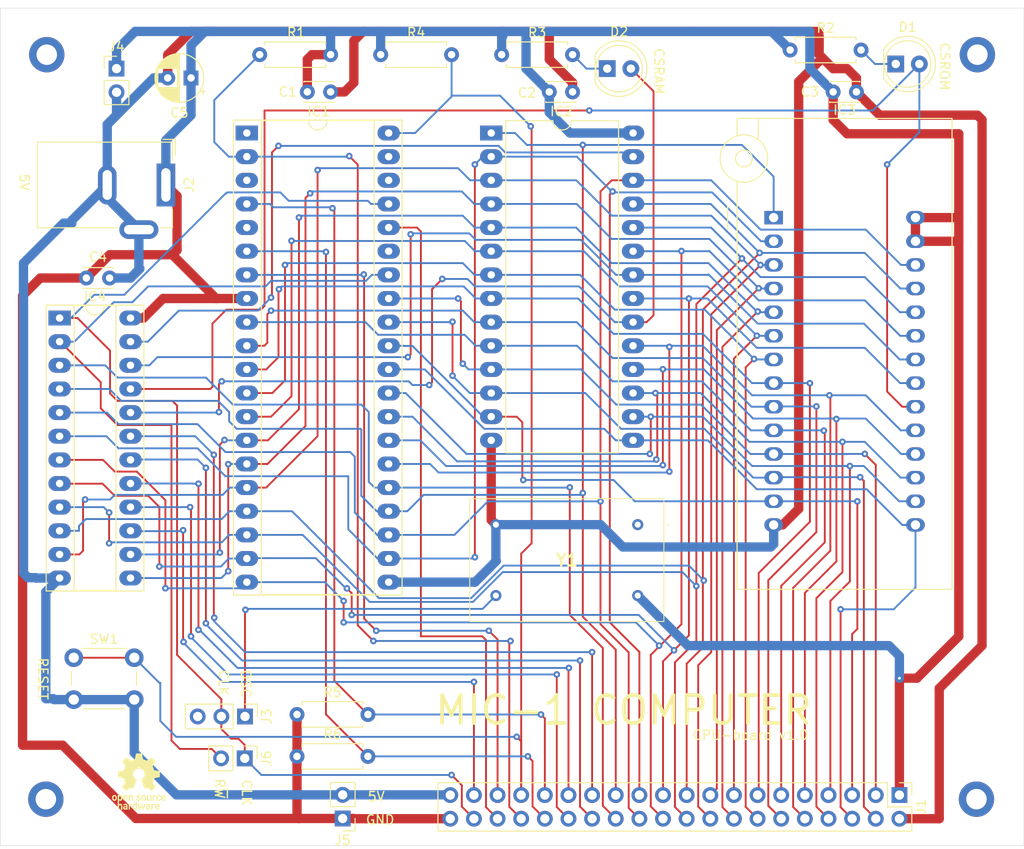
<source format=kicad_pcb>
(kicad_pcb (version 20240108) (generator "pcbnew") (generator_version "8.0")
  (layers (0 "F.Cu" signal) (31 "B.Cu" signal) (34 "B.Paste" user) (35 "F.Paste" user) (36 "B.SilkS" user "B.Silkscreen") (37 "F.SilkS" user "F.Silkscreen") (38 "B.Mask" user) (39 "F.Mask" user) (44 "Edge.Cuts" user))
  (net 0 "")
  (net 3 "BE")
  (net 6 "RESB")
  (net 9 "GND")
  (net 10 "VDD")
  (net 11 "/A1")
  (net 12 "/A2")
  (net 13 "/A0")
  (net 14 "/A14")
  (net 15 "/A12")
  (net 16 "/A5")
  (net 17 "/A8")
  (net 18 "/A7")
  (net 19 "/A13")
  (net 20 "/A6")
  (net 21 "/A3")
  (net 22 "/A15")
  (net 23 "/A4")
  (net 24 "/A9")
  (net 25 "/A10")
  (net 26 "/A11")
  (net 27 "/D2")
  (net 28 "/D1")
  (net 29 "/D5")
  (net 30 "/D3")
  (net 31 "/D7")
  (net 32 "/D4")
  (net 33 "/D0")
  (net 34 "/D6")
  (net 35 "Net-(IC1-RWB)")
  (net 36 "Net-(IC2-~{OE})")
  (net 37 "Net-(IC2-~{WE})")
  (net 38 "SYNC")
  (net 39 "~{NMI}")
  (net 40 "RDY")
  (net 41 "~{IRQ}")
  (net 42 "CSIO1")
  (net 43 "CSIO3")
  (net 44 "CSIO2")
  (net 45 "CSIO4")
  (net 46 "CSIO5")
  (net 47 "Net-(D1-K)")
  (net 48 "Net-(D1-A)")
  (net 49 "Net-(D2-A)")
  (net 50 "Net-(D2-K)")
  (net 51 "EXTCLK")
  (net 52 "CLK")
  (net 53 "Net-(J3-Pin_1)")
  (footprint "Capacitor_THT:C_Disc_D3.0mm_W2.0mm_P2.50mm" (layer "F.Cu") (at 120 47)
    (property "Reference" "C3")
    (property "Value" "0.1uF")
  )
  (footprint "Package_DIP:DIP-24_W7.62mm_Socket_LongPads" (layer "F.Cu") (at 36.88 71.3)
    (property "Reference" "IC4")
    (property "Value" "ATF22V10C")
  )
  (footprint "Connector_PinHeader_2.54mm:PinHeader_2x20_P2.54mm_Vertical" (layer "F.Cu") (at 127.12 122.56 -90)
    (property "Reference" "J1")
    (property "Value" "MBUS_8/16")
  )
  (footprint "Resistor_THT:R_Axial_DIN0207_L6.3mm_D2.5mm_P7.62mm_Horizontal" (layer "F.Cu") (at 66 43 180)
    (property "Reference" "R1")
    (property "Value" "3.3k")
  )
  (footprint "Resistor_THT:R_Axial_DIN0207_L6.3mm_D2.5mm_P7.62mm_Horizontal" (layer "F.Cu") (at 71.38 43)
    (property "Reference" "R4")
    (property "Value" "1k")
  )
  (footprint "Capacitor_THT:C_Disc_D3.0mm_W2.0mm_P2.50mm" (layer "F.Cu") (at 89.5 47)
    (property "Reference" "C2")
    (property "Value" "0.1uF")
  )
  (footprint "Resistor_THT:R_Axial_DIN0207_L6.3mm_D2.5mm_P7.62mm_Horizontal" (layer "F.Cu") (at 115.38 42.5)
    (property "Reference" "R2")
    (property "Value" "330")
  )
  (footprint "Capacitor_THT:C_Disc_D3.0mm_W2.0mm_P2.50mm" (layer "F.Cu") (at 39.75 67)
    (property "Reference" "C4")
    (property "Value" "0.1uF")
  )
  (footprint "Capacitor_THT:C_Disc_D3.0mm_W2.0mm_P2.50mm" (layer "F.Cu") (at 63.5 47)
    (property "Reference" "C1")
    (property "Value" "0.1uF")
  )
  (footprint "MountingHole:MountingHole_2.2mm_M2_DIN965_Pad" (layer "F.Cu") (at 35.4 123)
    (property "Reference" "Hole1" (hide yes))
    (property "Value" "")
  )
  (footprint "Connector_PinHeader_2.54mm:PinHeader_1x02_P2.54mm_Vertical" (layer "F.Cu") (at 56.775 118.6125 -90)
    (property "Reference" "J6")
    (property "Value" "CLK/~{RW}")
  )
  (footprint "LED_THT:LED_D5.0mm" (layer "F.Cu") (at 126.725 44)
    (property "Reference" "D1")
    (property "Value" "LED")
  )
  (footprint "Resistor_THT:R_Axial_DIN0207_L6.3mm_D2.5mm_P7.62mm_Horizontal" (layer "F.Cu") (at 62.39 118.4)
    (property "Reference" "R6")
    (property "Value" "3.3k")
  )
  (footprint "Resistor_THT:R_Axial_DIN0207_L6.3mm_D2.5mm_P7.62mm_Horizontal" (layer "F.Cu") (at 84.38 43)
    (property "Reference" "R3")
    (property "Value" "330")
  )
  (footprint "Capacitor_THT:CP_Radial_D5.0mm_P2.50mm" (layer "F.Cu") (at 51 45.5 180)
    (property "Reference" "C5")
    (property "Value" "100uF")
  )
  (footprint "" (layer "F.Cu") (at 135.5 43)
    (property "Reference" "Hole3" (hide yes))
    (property "Value" "")
  )
  (footprint "Connector_PinHeader_2.54mm:PinHeader_1x03_P2.54mm_Vertical" (layer "F.Cu") (at 56.8 114.1125 -90)
    (property "Reference" "J3")
    (property "Value" "CLK SEL")
  )
  (footprint "Button_Switch_THT:SW_PUSH_6mm_H4.3mm" (layer "F.Cu") (at 38.4 107.8)
    (property "Reference" "SW1")
    (property "Value" "RESET")
  )
  (footprint "Package_DIP:DIP-28_W15.24mm_LongPads" (layer "F.Cu") (at 83.26 51.42)
    (property "Reference" "IC2")
    (property "Value" "62256")
  )
  (footprint "LED_THT:LED_D5.0mm" (layer "F.Cu") (at 95.725 44.5)
    (property "Reference" "D2")
    (property "Value" "LED")
  )
  (footprint "Socket:DIP_Socket-28_W11.9_W12.7_W15.24_W17.78_W18.5_3M_228-1277-00-0602J" (layer "F.Cu") (at 113.6075 60.51)
    (property "Reference" "IC3")
    (property "Value" "AT28C256")
  )
  (footprint "Symbol:OSHW-Logo_5.7x6mm_SilkScreen" (layer "F.Cu") (at 45.4 121.1)
    (property "Reference" "REF**" (hide yes))
    (property "Value" "OSHW-Logo_5.7x6mm_SilkScreen" (hide yes))
  )
  (footprint "Connector_BarrelJack:BarrelJack_GCT_DCJ200-10-A_Horizontal" (layer "F.Cu") (at 48.3 57 -90)
    (property "Reference" "J2")
    (property "Value" "5V")
  )
  (footprint "Package_DIP:DIP-40_W15.24mm_Socket_LongPads" (layer "F.Cu") (at 57 51.42)
    (property "Reference" "IC1")
    (property "Value" "W65C02")
  )
  (footprint "" (layer "F.Cu") (at 135.4 123)
    (property "Reference" "Hole4" (hide yes))
    (property "Value" "")
  )
  (footprint "MountingHole:MountingHole_2.2mm_M2_DIN965_Pad" (layer "F.Cu") (at 35.5 43)
    (property "Reference" "Hole2" (hide yes))
    (property "Value" "")
  )
  (footprint "Connector_PinHeader_2.54mm:PinHeader_1x02_P2.54mm_Vertical" (layer "F.Cu") (at 43 44.5)
    (property "Reference" "J4")
    (property "Value" "Power")
  )
  (footprint "Connector_PinHeader_2.54mm:PinHeader_1x02_P2.54mm_Vertical" (layer "F.Cu") (at 67.3 125.075 180)
    (property "Reference" "J5")
    (property "Value" "Power")
  )
  (footprint "SamacSys_Parts:ECS100AX010" (layer "F.Cu") (at 99 93.5 180)
    (property "Reference" "Y1")
    (property "Value" "1.0MHz" (hide yes))
  )
  (footprint "Resistor_THT:R_Axial_DIN0207_L6.3mm_D2.5mm_P7.62mm_Horizontal" (layer "F.Cu") (at 62.39 113.9)
    (property "Reference" "R5")
    (property "Value" "3.3k")
  )
  (gr_rect (start 30.5 38) (end 140.5 128) (stroke (width 0.05)) (fill none) (layer "Edge.Cuts"))
  (gr_text "R~{W}" (at 53.5 120.7 270) (layer "F.SilkS") (effects (font (size 1 1)) (justify left bottom)))
  (gr_text "RESET" (at 34.5 107.7 270) (layer "F.SilkS") (effects (font (size 1 1)) (justify left bottom)))
  (gr_text "MIC-1 COMPUTER" (at 77 115.2 0) (layer "F.SilkS") (effects (font (size 3 3) (thickness 0.4)) (justify left bottom)))
  (gr_text "5V" (at 32.5 55.7 270) (layer "F.SilkS") (effects (font (size 1 1)) (justify left bottom)))
  (gr_text "5V" (at 69.9 123.3 0) (layer "F.SilkS") (effects (font (size 1 1)) (justify left bottom)))
  (gr_text "GND" (at 69.7 125.8 0) (layer "F.SilkS") (effects (font (size 1 1)) (justify left bottom)))
  (gr_text "CPU-board v1.0" (at 104.8 116.7 0) (layer "F.SilkS") (effects (font (size 1 1)) (justify left bottom)))
  (gr_text "CSROM" (at 131.4 41.6 270) (layer "F.SilkS") (effects (font (size 1 1)) (justify left bottom)))
  (gr_text "CSRAM" (at 100.7 42.2 270) (layer "F.SilkS") (effects (font (size 1 1)) (justify left bottom)))
  (gr_text "CLK" (at 53.9 109 270) (layer "F.SilkS") (effects (font (size 1 1)) (justify left bottom)))
  (gr_text "CLK" (at 56.4 120.8 270) (layer "F.SilkS") (effects (font (size 1 1)) (justify left bottom)))
  (gr_text "OSC" (at 56.3 109 270) (layer "F.SilkS") (effects (font (size 1 1)) (justify left bottom)))
  (segment (start 82.7 123.86) (end 83.94 125.1) (width 0.2) (layer "F.Cu") (net 3))
  (segment (start 75.7 62) (end 75.7 105.5) (width 0.2) (layer "F.Cu") (net 3))
  (segment (start 82.7 105.9) (end 82.7 123.86) (width 0.2) (layer "F.Cu") (net 3))
  (segment (start 75.28 61.58) (end 75.7 62) (width 0.2) (layer "F.Cu") (net 3))
  (segment (start 75.7 105.5) (end 82.3 105.5) (width 0.2) (layer "F.Cu") (net 3))
  (segment (start 72.24 61.58) (end 75.28 61.58) (width 0.2) (layer "F.Cu") (net 3))
  (segment (start 82.3 105.5) (end 82.7 105.9) (width 0.2) (layer "F.Cu") (net 3))
  (segment (start 86.48 116.78) (end 86 116.3) (width 0.2) (layer "F.Cu") (net 6))
  (segment (start 86.48 122.56) (end 86.48 116.78) (width 0.2) (layer "F.Cu") (net 6))
  (segment (start 86.48 96.62) (end 86.48 122.56) (width 0.2) (layer "F.Cu") (net 6))
  (segment (start 38.4 107.8) (end 44.9 107.8) (width 0.2) (layer "F.Cu") (net 6))
  (segment (start 87.6 95.5) (end 86.48 96.62) (width 0.2) (layer "F.Cu") (net 6))
  (segment (start 87.5 50.7) (end 87.6 50.8) (width 0.2) (layer "F.Cu") (net 6))
  (segment (start 87.6 50.8) (end 87.6 95.5) (width 0.2) (layer "F.Cu") (net 6))
  (via (at 87.5 50.7) (size 0.7) (drill 0.3) (layers "F.Cu" "B.Cu") (net 6))
  (via (at 86 116.3) (size 0.7) (drill 0.3) (layers "F.Cu" "B.Cu") (net 6))
  (segment (start 86 116.3) (end 49.4 116.3) (width 0.2) (layer "B.Cu") (net 6))
  (segment (start 47.7 110.5) (end 47.6 110.5) (width 0.2) (layer "B.Cu") (net 6))
  (segment (start 84.2 47.4) (end 79 47.4) (width 0.2) (layer "B.Cu") (net 6))
  (segment (start 79 47.4) (end 79 43) (width 0.2) (layer "B.Cu") (net 6))
  (segment (start 47.7 114.6) (end 47.7 110.5) (width 0.2) (layer "B.Cu") (net 6))
  (segment (start 79 47.5) (end 79 47.4) (width 0.2) (layer "B.Cu") (net 6))
  (segment (start 75.08 51.42) (end 79 47.5) (width 0.2) (layer "B.Cu") (net 6))
  (segment (start 87.5 50.7) (end 84.2 47.4) (width 0.2) (layer "B.Cu") (net 6))
  (segment (start 72.24 51.42) (end 75.08 51.42) (width 0.2) (layer "B.Cu") (net 6))
  (segment (start 47.6 110.5) (end 44.9 107.8) (width 0.2) (layer "B.Cu") (net 6))
  (segment (start 49.4 116.3) (end 47.7 114.6) (width 0.2) (layer "B.Cu") (net 6))
  (segment (start 116.3 91.8) (end 116.3 45.9) (width 1) (layer "F.Cu") (net 9))
  (segment (start 89.5 40.5) (end 118.5 40.5) (width 1) (layer "F.Cu") (net 9))
  (segment (start 89.5 43.5) (end 89.5 40.5) (width 1) (layer "F.Cu") (net 9))
  (segment (start 92 47) (end 92 46) (width 1) (layer "F.Cu") (net 9))
  (segment (start 122.5 45.5) (end 122.5 47) (width 1) (layer "F.Cu") (net 9))
  (segment (start 131.4 125.1) (end 131.4 111.1) (width 1) (layer "F.Cu") (net 9))
  (segment (start 120 44.5) (end 121.5 44.5) (width 1) (layer "F.Cu") (net 9))
  (segment (start 68.5 41.5) (end 69.5 40.5) (width 1) (layer "F.Cu") (net 9))
  (segment (start 68.5 46) (end 68.5 41.5) (width 1) (layer "F.Cu") (net 9))
  (segment (start 116.3 45.9) (end 118.85 43.35) (width 1) (layer "F.Cu") (net 9))
  (segment (start 118.5 43) (end 118.85 43.35) (width 1) (layer "F.Cu") (net 9))
  (segment (start 113.6075 93.53) (end 114.57 93.53) (width 1) (layer "F.Cu") (net 9))
  (segment (start 48.5 45.5) (end 48.5 43) (width 1) (layer "F.Cu") (net 9))
  (segment (start 92 46) (end 89.5 43.5) (width 1) (layer "F.Cu") (net 9))
  (segment (start 118.5 41) (end 118.5 43) (width 1) (layer "F.Cu") (net 9))
  (segment (start 83.26 84.44) (end 83.26 93) (width 1) (layer "F.Cu") (net 9))
  (segment (start 48.5 43) (end 51 40.5) (width 1) (layer "F.Cu") (net 9))
  (segment (start 69.5 40.5) (end 89.5 40.5) (width 1) (layer "F.Cu") (net 9))
  (segment (start 131.4 111.1) (end 136 106.5) (width 1) (layer "F.Cu") (net 9))
  (segment (start 136 106.5) (end 136 50) (width 1) (layer "F.Cu") (net 9))
  (segment (start 135.5 49.5) (end 125 49.5) (width 1) (layer "F.Cu") (net 9))
  (segment (start 121.5 44.5) (end 122.5 45.5) (width 1) (layer "F.Cu") (net 9))
  (segment (start 83.26 93) (end 83.76 93.5) (width 1) (layer "F.Cu") (net 9))
  (segment (start 131.4 125.1) (end 127.12 125.1) (width 1) (layer "F.Cu") (net 9))
  (segment (start 67.5 47) (end 68.5 46) (width 1) (layer "F.Cu") (net 9))
  (segment (start 118.85 43.35) (end 120 44.5) (width 1) (layer "F.Cu") (net 9))
  (segment (start 136 50) (end 135.5 49.5) (width 1) (layer "F.Cu") (net 9))
  (segment (start 114.57 93.53) (end 116.3 91.8) (width 1) (layer "F.Cu") (net 9))
  (segment (start 51 40.5) (end 69.5 40.5) (width 1) (layer "F.Cu") (net 9))
  (segment (start 66 47) (end 67.5 47) (width 1) (layer "F.Cu") (net 9))
  (segment (start 125 49.5) (end 122.5 47) (width 1) (layer "F.Cu") (net 9))
  (segment (start 36.3 112.3) (end 38.4 112.3) (width 1) (layer "B.Cu") (net 9))
  (segment (start 35.4 100.72) (end 35.4 112.2) (width 1) (layer "B.Cu") (net 9))
  (segment (start 49.435 122.535) (end 44.9 118) (width 1) (layer "B.Cu") (net 9))
  (segment (start 45.4 65.9) (end 45.4 61.8) (width 1) (layer "B.Cu") (net 9))
  (segment (start 44.9 118) (end 44.9 112.3) (width 1) (layer "B.Cu") (net 9))
  (segment (start 37.3 61.1) (end 33 65.4) (width 1) (layer "B.Cu") (net 9))
  (segment (start 38.2 60.8) (end 38.2 61.1) (width 1) (layer "B.Cu") (net 9))
  (segment (start 34.3 99.2) (end 34.34 99.24) (width 1) (layer "B.Cu") (net 9))
  (segment (start 45.5 66) (end 45.4 65.9) (width 1) (layer "B.Cu") (net 9))
  (segment (start 83.8 97.4) (end 83.76 97.36) (width 1) (layer "B.Cu") (net 9))
  (segment (start 78.835 122.535) (end 78.86 122.56) (width 1) (layer "B.Cu") (net 9))
  (segment (start 42 58.4) (end 45.4 61.8) (width 1) (layer "B.Cu") (net 9))
  (segment (start 43 47.04) (end 43 49.5) (width 1) (layer "B.Cu") (net 9))
  (segment (start 35.4 112.2) (end 36.2 112.2) (width 1) (layer "B.Cu") (net 9))
  (segment (start 43 49.5) (end 42 50.5) (width 1) (layer "B.Cu") (net 9))
  (segment (start 42 50.5) (end 47 45.5) (width 1) (layer "B.Cu") (net 9))
  (segment (start 42 57) (end 42 50.5) (width 1) (layer "B.Cu") (net 9))
  (segment (start 67.3 122.535) (end 49.435 122.535) (width 1) (layer "B.Cu") (net 9))
  (segment (start 33 65.4) (end 33 98.7) (width 1) (layer "B.Cu") (net 9))
  (segment (start 38.2 61.1) (end 37.3 61.1) (width 1) (layer "B.Cu") (net 9))
  (segment (start 38.4 112.3) (end 44.9 112.3) (width 1) (layer "B.Cu") (net 9))
  (segment (start 95 93.5) (end 97.4 95.9) (width 1) (layer "B.Cu") (net 9))
  (segment (start 42.25 67) (end 44.5 67) (width 1) (layer "B.Cu") (net 9))
  (segment (start 36.88 99.24) (end 35.4 100.72) (width 1) (layer "B.Cu") (net 9))
  (segment (start 113.6075 93.53) (end 113.6075 95.5925) (width 1) (layer "B.Cu") (net 9))
  (segment (start 34.34 99.24) (end 36.88 99.24) (width 1) (layer "B.Cu") (net 9))
  (segment (start 47 45.5) (end 48.5 45.5) (width 1) (layer "B.Cu") (net 9))
  (segment (start 83.76 93.5) (end 95 93.5) (width 1) (layer "B.Cu") (net 9))
  (segment (start 33 98.7) (end 33.5 99.2) (width 1) (layer "B.Cu") (net 9))
  (segment (start 81.52 99.68) (end 83.8 97.4) (width 1) (layer "B.Cu") (net 9))
  (segment (start 97.4 95.9) (end 113.3 95.9) (width 1) (layer "B.Cu") (net 9))
  (segment (start 113.6075 95.5925) (end 113.3 95.9) (width 1) (layer "B.Cu") (net 9))
  (segment (start 72.24 99.68) (end 81.52 99.68) (width 1) (layer "B.Cu") (net 9))
  (segment (start 42 57) (end 42 58.4) (width 1) (layer "B.Cu") (net 9))
  (segment (start 67.3 122.535) (end 78.835 122.535) (width 1) (layer "B.Cu") (net 9))
  (segment (start 33.5 99.2) (end 34.3 99.2) (width 1) (layer "B.Cu") (net 9))
  (segment (start 42 57) (end 38.2 60.8) (width 1) (layer "B.Cu") (net 9))
  (segment (start 83.76 97.36) (end 83.76 93.5) (width 1) (layer "B.Cu") (net 9))
  (segment (start 36.2 112.2) (end 36.3 112.3) (width 1) (layer "B.Cu") (net 9))
  (segment (start 44.5 67) (end 45.5 66) (width 1) (layer "B.Cu") (net 9))
  (segment (start 34.8 67) (end 32.9 68.9) (width 1) (layer "F.Cu") (net 10))
  (segment (start 133.5 63) (end 133.5 60.5) (width 1) (layer "F.Cu") (net 10))
  (segment (start 133.45 63.05) (end 133.5 63) (width 1) (layer "F.Cu") (net 10))
  (segment (start 62.39 118.4) (end 62.39 124.865) (width 1) (layer "F.Cu") (net 10))
  (segment (start 68.475 125.075) (end 68.5 125.1) (width 1) (layer "F.Cu") (net 10))
  (segment (start 67.3 125.075) (end 62.6 125.075) (width 1) (layer "F.Cu") (net 10))
  (segment (start 62.6 125.075) (end 45.075 125.075) (width 1) (layer "F.Cu") (net 10))
  (segment (start 133.49 60.51) (end 133.5 60.5) (width 1) (layer "F.Cu") (net 10))
  (segment (start 44.5 71.3) (end 45.9 71.3) (width 1) (layer "F.Cu") (net 10))
  (segment (start 67.3 125.075) (end 68.475 125.075) (width 1) (layer "F.Cu") (net 10))
  (segment (start 62.39 124.865) (end 62.6 125.075) (width 1) (layer "F.Cu") (net 10))
  (segment (start 39.75 67) (end 42.25 64.5) (width 1) (layer "F.Cu") (net 10))
  (segment (start 39.75 67) (end 34.8 67) (width 1) (layer "F.Cu") (net 10))
  (segment (start 63.5 43.5) (end 64 43) (width 1) (layer "F.Cu") (net 10))
  (segment (start 127.12 110) (end 129 110) (width 1) (layer "F.Cu") (net 10))
  (segment (start 128.8475 63.05) (end 133.45 63.05) (width 1) (layer "F.Cu") (net 10))
  (segment (start 48 69.2) (end 53.7 69.2) (width 1) (layer "F.Cu") (net 10))
  (segment (start 120 50) (end 120 47) (width 1) (layer "F.Cu") (net 10))
  (segment (start 121.5 51.5) (end 120 50) (width 1) (layer "F.Cu") (net 10))
  (segment (start 53.7 69.2) (end 49 64.5) (width 1) (layer "F.Cu") (net 10))
  (segment (start 133.5 51.5) (end 121.5 51.5) (width 1) (layer "F.Cu") (net 10))
  (segment (start 68.5 125.1) (end 78.86 125.1) (width 1) (layer "F.Cu") (net 10))
  (segment (start 127.12 110) (end 127.12 122.56) (width 1) (layer "F.Cu") (net 10))
  (segment (start 32.9 68.9) (end 32.9 117.2) (width 1) (layer "F.Cu") (net 10))
  (segment (start 62.39 113.9) (end 62.39 118.4) (width 1) (layer "F.Cu") (net 10))
  (segment (start 129 110) (end 133.5 105.5) (width 1) (layer "F.Cu") (net 10))
  (segment (start 64 43) (end 66 43) (width 1) (layer "F.Cu") (net 10))
  (segment (start 133.5 105.5) (end 133.5 63) (width 1) (layer "F.Cu") (net 10))
  (segment (start 49.5 64) (end 49.5 58.2) (width 1) (layer "F.Cu") (net 10))
  (segment (start 128.8475 60.51) (end 133.49 60.51) (width 1) (layer "F.Cu") (net 10))
  (segment (start 45.9 71.3) (end 48 69.2) (width 1) (layer "F.Cu") (net 10))
  (segment (start 49 64.5) (end 49.5 64) (width 1) (layer "F.Cu") (net 10))
  (segment (start 57 69.2) (end 53.7 69.2) (width 1) (layer "F.Cu") (net 10))
  (segment (start 42.25 64.5) (end 49 64.5) (width 1) (layer "F.Cu") (net 10))
  (segment (start 128.8475 63.05) (end 128.8475 60.51) (width 1) (layer "F.Cu") (net 10))
  (segment (start 32.9 117.2) (end 37.2 117.2) (width 1) (layer "F.Cu") (net 10))
  (segment (start 63.5 47) (end 63.5 43.5) (width 1) (layer "F.Cu") (net 10))
  (segment (start 45.075 125.075) (end 37.2 117.2) (width 1) (layer "F.Cu") (net 10))
  (segment (start 49.5 58.2) (end 48.3 57) (width 1) (layer "F.Cu") (net 10))
  (segment (start 133.5 60.5) (end 133.5 51.5) (width 1) (layer "F.Cu") (net 10))
  (via (at 127.12 110) (size 0.7) (drill 0.3) (layers "F.Cu" "B.Cu") (net 10))
  (segment (start 48.3 57) (end 48.3 52.2) (width 1) (layer "B.Cu") (net 10))
  (segment (start 53.5 40.5) (end 66 40.5) (width 1) (layer "B.Cu") (net 10))
  (segment (start 84.5 41) (end 84.38 41.12) (width 1) (layer "B.Cu") (net 10))
  (segment (start 98.5 51.42) (end 91.72 51.42) (width 1) (layer "B.Cu") (net 10))
  (segment (start 104.9 40.5) (end 113.38 40.5) (width 1) (layer "B.Cu") (net 10))
  (segment (start 51 42) (end 52.5 40.5) (width 1) (layer "B.Cu") (net 10))
  (segment (start 104.38 106.5) (end 99 101.12) (width 1) (layer "B.Cu") (net 10))
  (segment (start 87 40.5) (end 104.9 40.5) (width 1) (layer "B.Cu") (net 10))
  (segment (start 71.5 40.5) (end 84.5 40.5) (width 1) (layer "B.Cu") (net 10))
  (segment (start 117.5 40.5) (end 113.38 40.5) (width 1) (layer "B.Cu") (net 10))
  (segment (start 84.38 41.12) (end 84.38 43) (width 1) (layer "B.Cu") (net 10))
  (segment (start 66 40.5) (end 71.5 40.5) (width 1) (layer "B.Cu") (net 10))
  (segment (start 89.5 47) (end 87 44.5) (width 1) (layer "B.Cu") (net 10))
  (segment (start 48.3 52.2) (end 51 49.5) (width 1) (layer "B.Cu") (net 10))
  (segment (start 71.38 40.62) (end 71.38 43) (width 1) (layer "B.Cu") (net 10))
  (segment (start 51 45.5) (end 51 42) (width 1) (layer "B.Cu") (net 10))
  (segment (start 113.38 40.5) (end 115.38 42.5) (width 1) (layer "B.Cu") (net 10))
  (segment (start 84.5 40.5) (end 87 40.5) (width 1) (layer "B.Cu") (net 10))
  (segment (start 43 44.5) (end 43 42.5) (width 1) (layer "B.Cu") (net 10))
  (segment (start 43 42.5) (end 45 40.5) (width 1) (layer "B.Cu") (net 10))
  (segment (start 120 47) (end 117.5 44.5) (width 1) (layer "B.Cu") (net 10))
  (segment (start 45 40.5) (end 53.5 40.5) (width 1) (layer "B.Cu") (net 10))
  (segment (start 126 106.5) (end 104.38 106.5) (width 1) (layer "B.Cu") (net 10))
  (segment (start 127.12 110) (end 127.12 107.62) (width 1) (layer "B.Cu") (net 10))
  (segment (start 84.5 40.5) (end 84.5 41) (width 1) (layer "B.Cu") (net 10))
  (segment (start 71.5 40.5) (end 71.38 40.62) (width 1) (layer "B.Cu") (net 10))
  (segment (start 91.72 51.42) (end 89.5 49.2) (width 1) (layer "B.Cu") (net 10))
  (segment (start 51 49.5) (end 51 45.5) (width 1) (layer "B.Cu") (net 10))
  (segment (start 52.5 40.5) (end 53.5 40.5) (width 1) (layer "B.Cu") (net 10))
  (segment (start 89.5 49.2) (end 89.5 47) (width 1) (layer "B.Cu") (net 10))
  (segment (start 117.5 44.5) (end 117.5 40.5) (width 1) (layer "B.Cu") (net 10))
  (segment (start 127.12 107.62) (end 126 106.5) (width 1) (layer "B.Cu") (net 10))
  (segment (start 87 44.5) (end 87 40.5) (width 1) (layer "B.Cu") (net 10))
  (segment (start 66 40.5) (end 66 43) (width 1) (layer "B.Cu") (net 10))
  (segment (start 118.2 94.3) (end 113.03 99.47) (width 0.2) (layer "F.Cu") (net 11))
  (segment (start 59.2 73.96) (end 58.88 74.28) (width 0.2) (layer "F.Cu") (net 11))
  (segment (start 113.03 123.71) (end 114.42 125.1) (width 0.2) (layer "F.Cu") (net 11))
  (segment (start 59.2 70.9) (end 59.2 73.96) (width 0.2) (layer "F.Cu") (net 11))
  (segment (start 58.88 74.28) (end 57 74.28) (width 0.2) (layer "F.Cu") (net 11))
  (segment (start 118.2 80.8) (end 118.2 94.3) (width 0.2) (layer "F.Cu") (net 11))
  (segment (start 113.03 99.47) (end 113.03 123.71) (width 0.2) (layer "F.Cu") (net 11))
  (segment (start 59.6 70.5) (end 59.2 70.9) (width 0.2) (layer "F.Cu") (net 11))
  (via (at 59.6 70.5) (size 0.7) (drill 0.3) (layers "F.Cu" "B.Cu") (net 11))
  (via (at 118.2 80.8) (size 0.7) (drill 0.3) (layers "F.Cu" "B.Cu") (net 11))
  (segment (start 81.44 71.74) (end 83.26 71.74) (width 0.2) (layer "B.Cu") (net 11))
  (segment (start 80.2 70.5) (end 81.44 71.74) (width 0.2) (layer "B.Cu") (net 11))
  (segment (start 106 75.6) (end 111.23 80.83) (width 0.2) (layer "B.Cu") (net 11))
  (segment (start 111.23 80.83) (end 113.6075 80.83) (width 0.2) (layer "B.Cu") (net 11))
  (segment (start 118.2 80.8) (end 113.6375 80.8) (width 0.2) (layer "B.Cu") (net 11))
  (segment (start 92.44 71.74) (end 96.3 75.6) (width 0.2) (layer "B.Cu") (net 11))
  (segment (start 83.26 71.74) (end 92.44 71.74) (width 0.2) (layer "B.Cu") (net 11))
  (segment (start 96.3 75.6) (end 106 75.6) (width 0.2) (layer "B.Cu") (net 11))
  (segment (start 113.6375 80.8) (end 113.6075 80.83) (width 0.2) (layer "B.Cu") (net 11))
  (segment (start 59.6 70.5) (end 80.2 70.5) (width 0.2) (layer "B.Cu") (net 11))
  (segment (start 112 122.44) (end 112 98.7) (width 0.2) (layer "F.Cu") (net 12))
  (segment (start 59.08 76.82) (end 57 76.82) (width 0.2) (layer "F.Cu") (net 12))
  (segment (start 112 98.7) (end 117.5 93.2) (width 0.2) (layer "F.Cu") (net 12))
  (segment (start 117.5 93.2) (end 117.5 78.3) (width 0.2) (layer "F.Cu") (net 12))
  (segment (start 60.45 68.2) (end 60.4 68.25) (width 0.2) (layer "F.Cu") (net 12))
  (segment (start 111.88 122.56) (end 112 122.44) (width 0.2) (layer "F.Cu") (net 12))
  (segment (start 60.4 75.5) (end 59.08 76.82) (width 0.2) (layer "F.Cu") (net 12))
  (segment (start 60.4 68.25) (end 60.4 75.5) (width 0.2) (layer "F.Cu") (net 12))
  (via (at 117.5 78.3) (size 0.7) (drill 0.3) (layers "F.Cu" "B.Cu") (net 12))
  (via (at 60.45 68.2) (size 0.7) (drill 0.3) (layers "F.Cu" "B.Cu") (net 12))
  (segment (start 111.29 78.29) (end 106 73) (width 0.2) (layer "B.Cu") (net 12))
  (segment (start 92.6 69.2) (end 83.26 69.2) (width 0.2) (layer "B.Cu") (net 12))
  (segment (start 60.75 67.9) (end 80.3 67.9) (width 0.2) (layer "B.Cu") (net 12))
  (segment (start 117.49 78.29) (end 113.6075 78.29) (width 0.2) (layer "B.Cu") (net 12))
  (segment (start 80.3 67.9) (end 81.6 69.2) (width 0.2) (layer "B.Cu") (net 12))
  (segment (start 106 73) (end 96.4 73) (width 0.2) (layer "B.Cu") (net 12))
  (segment (start 81.6 69.2) (end 83.26 69.2) (width 0.2) (layer "B.Cu") (net 12))
  (segment (start 117.5 78.3) (end 117.49 78.29) (width 0.2) (layer "B.Cu") (net 12))
  (segment (start 113.6075 78.29) (end 111.29 78.29) (width 0.2) (layer "B.Cu") (net 12))
  (segment (start 96.4 73) (end 92.6 69.2) (width 0.2) (layer "B.Cu") (net 12))
  (segment (start 60.45 68.2) (end 60.75 67.9) (width 0.2) (layer "B.Cu") (net 12))
  (segment (start 119.1 95.4) (end 114.42 100.08) (width 0.2) (layer "F.Cu") (net 13))
  (segment (start 114.42 100.08) (end 114.42 122.56) (width 0.2) (layer "F.Cu") (net 13))
  (segment (start 119 83.4) (end 119.1 83.5) (width 0.2) (layer "F.Cu") (net 13))
  (segment (start 119.1 83.5) (end 119.1 95.4) (width 0.2) (layer "F.Cu") (net 13))
  (via (at 119 83.4) (size 0.7) (drill 0.3) (layers "F.Cu" "B.Cu") (net 13))
  (segment (start 111.17 83.37) (end 113.6075 83.37) (width 0.2) (layer "B.Cu") (net 13))
  (segment (start 83.26 74.28) (end 92.48 74.28) (width 0.2) (layer "B.Cu") (net 13))
  (segment (start 80.4 73.1) (end 71.1 73.1) (width 0.2) (layer "B.Cu") (net 13))
  (segment (start 71.1 73.1) (end 69.74 71.74) (width 0.2) (layer "B.Cu") (net 13))
  (segment (start 96.3 78.1) (end 105.9 78.1) (width 0.2) (layer "B.Cu") (net 13))
  (segment (start 83.26 74.28) (end 81.58 74.28) (width 0.2) (layer "B.Cu") (net 13))
  (segment (start 81.58 74.28) (end 80.4 73.1) (width 0.2) (layer "B.Cu") (net 13))
  (segment (start 118.97 83.37) (end 113.6075 83.37) (width 0.2) (layer "B.Cu") (net 13))
  (segment (start 119 83.4) (end 118.97 83.37) (width 0.2) (layer "B.Cu") (net 13))
  (segment (start 105.9 78.1) (end 111.17 83.37) (width 0.2) (layer "B.Cu") (net 13))
  (segment (start 92.48 74.28) (end 96.3 78.1) (width 0.2) (layer "B.Cu") (net 13))
  (segment (start 69.74 71.74) (end 57 71.74) (width 0.2) (layer "B.Cu") (net 13))
  (segment (start 93.1 90.1) (end 93.1 52.7) (width 0.2) (layer "F.Cu") (net 14))
  (segment (start 93.1 103.4) (end 96.64 106.94) (width 0.2) (layer "F.Cu") (net 14))
  (segment (start 93.1 90.1) (end 93.1 103.4) (width 0.2) (layer "F.Cu") (net 14))
  (segment (start 96.64 106.94) (end 96.64 122.56) (width 0.2) (layer "F.Cu") (net 14))
  (via (at 93.1 52.7) (size 0.7) (drill 0.3) (layers "F.Cu" "B.Cu") (net 14))
  (via (at 93.1 90.1) (size 0.7) (drill 0.3) (layers "F.Cu" "B.Cu") (net 14))
  (segment (start 74.24 92.06) (end 72.24 92.06) (width 0.2) (layer "B.Cu") (net 14))
  (segment (start 113.6 56.3) (end 113.6075 56.3075) (width 0.2) (layer "B.Cu") (net 14))
  (segment (start 69.2 83.2) (end 69.3 83.3) (width 0.2) (layer "B.Cu") (net 14))
  (segment (start 72.24 92.06) (end 72.3 92) (width 0.2) (layer "B.Cu") (net 14))
  (segment (start 76 90.3) (end 74.24 92.06) (width 0.2) (layer "B.Cu") (net 14))
  (segment (start 93.1 90.1) (end 92.9 90.3) (width 0.2) (layer "B.Cu") (net 14))
  (segment (start 36.88 78.92) (end 42.22 78.92) (width 0.2) (layer "B.Cu") (net 14))
  (segment (start 70.96 92.06) (end 72.24 92.06) (width 0.2) (layer "B.Cu") (net 14))
  (segment (start 69.3 83.3) (end 69.3 90.4) (width 0.2) (layer "B.Cu") (net 14))
  (segment (start 113.6075 60.51) (end 113.11 60.51) (width 0.2) (layer "B.Cu") (net 14))
  (segment (start 110.2 52.7) (end 113.6 56.1) (width 0.2) (layer "B.Cu") (net 14))
  (segment (start 53.9 80.2) (end 55.1 81.4) (width 0.2) (layer "B.Cu") (net 14))
  (segment (start 72.3 92) (end 72.4 92) (width 0.2) (layer "B.Cu") (net 14))
  (segment (start 113.6075 56.3075) (end 113.6075 60.51) (width 0.2) (layer "B.Cu") (net 14))
  (segment (start 43.5 80.2) (end 53.9 80.2) (width 0.2) (layer "B.Cu") (net 14))
  (segment (start 69.3 90.4) (end 70.96 92.06) (width 0.2) (layer "B.Cu") (net 14))
  (segment (start 55.1 82.4) (end 55.9 83.2) (width 0.2) (layer "B.Cu") (net 14))
  (segment (start 42.22 78.92) (end 43.5 80.2) (width 0.2) (layer "B.Cu") (net 14))
  (segment (start 55.1 81.4) (end 55.1 82.4) (width 0.2) (layer "B.Cu") (net 14))
  (segment (start 113.6 56.1) (end 113.6 56.3) (width 0.2) (layer "B.Cu") (net 14))
  (segment (start 55.9 83.2) (end 69.2 83.2) (width 0.2) (layer "B.Cu") (net 14))
  (segment (start 92.9 90.3) (end 76 90.3) (width 0.2) (layer "B.Cu") (net 14))
  (segment (start 83.26 51.42) (end 85.82 51.42) (width 0.2) (layer "B.Cu") (net 14))
  (segment (start 87.1 52.7) (end 110.2 52.7) (width 0.2) (layer "B.Cu") (net 14))
  (segment (start 85.82 51.42) (end 87.1 52.7) (width 0.2) (layer "B.Cu") (net 14))
  (segment (start 96 104) (end 96 58) (width 0.2) (layer "F.Cu") (net 15))
  (segment (start 96 58) (end 96.3 57.7) (width 0.2) (layer "F.Cu") (net 15))
  (segment (start 81.5 97) (end 81.5 54.8) (width 0.2) (layer "F.Cu") (net 15))
  (segment (start 99.18 122.56) (end 99.18 107.18) (width 0.2) (layer "F.Cu") (net 15))
  (segment (start 99.18 107.18) (end 96 104) (width 0.2) (layer "F.Cu") (net 15))
  (segment (start 81.5 97) (end 81.4 97.1) (width 0.2) (layer "F.Cu") (net 15))
  (via (at 81.5 54.8) (size 0.7) (drill 0.3) (layers "F.Cu" "B.Cu") (net 15))
  (via (at 96.3 57.7) (size 0.7) (drill 0.3) (layers "F.Cu" "B.Cu") (net 15))
  (via (at 81.5 97) (size 0.7) (drill 0.3) (layers "F.Cu" "B.Cu") (net 15))
  (segment (start 36.88 84) (end 41.9 84) (width 0.2) (layer "B.Cu") (net 15))
  (segment (start 81.36 97.14) (end 81.5 97) (width 0.2) (layer "B.Cu") (net 15))
  (segment (start 92.46 53.96) (end 96.3 57.8) (width 0.2) (layer "B.Cu") (net 15))
  (segment (start 112.25 63.05) (end 113.6075 63.05) (width 0.2) (layer "B.Cu") (net 15))
  (segment (start 41.9 84) (end 43.2 85.3) (width 0.2) (layer "B.Cu") (net 15))
  (segment (start 72.24 97.14) (end 81.36 97.14) (width 0.2) (layer "B.Cu") (net 15))
  (segment (start 67.9 88.3) (end 67.9 94) (width 0.2) (layer "B.Cu") (net 15))
  (segment (start 107 57.8) (end 112.25 63.05) (width 0.2) (layer "B.Cu") (net 15))
  (segment (start 83.26 53.96) (end 82.34 53.96) (width 0.2) (layer "B.Cu") (net 15))
  (segment (start 83.26 53.96) (end 92.46 53.96) (width 0.2) (layer "B.Cu") (net 15))
  (segment (start 71.04 97.14) (end 72.24 97.14) (width 0.2) (layer "B.Cu") (net 15))
  (segment (start 96.3 57.8) (end 107 57.8) (width 0.2) (layer "B.Cu") (net 15))
  (segment (start 51.7 85.3) (end 54.7 88.3) (width 0.2) (layer "B.Cu") (net 15))
  (segment (start 81.4 97.1) (end 81.36 97.14) (width 0.2) (layer "B.Cu") (net 15))
  (segment (start 54.7 88.3) (end 67.9 88.3) (width 0.2) (layer "B.Cu") (net 15))
  (segment (start 82.34 53.96) (end 81.5 54.8) (width 0.2) (layer "B.Cu") (net 15))
  (segment (start 67.9 94) (end 71.04 97.14) (width 0.2) (layer "B.Cu") (net 15))
  (segment (start 43.2 85.3) (end 51.7 85.3) (width 0.2) (layer "B.Cu") (net 15))
  (segment (start 62.6 63.348529) (end 62.6 81.1) (width 0.2) (layer "F.Cu") (net 16))
  (segment (start 59.26 84.44) (end 57 84.44) (width 0.2) (layer "F.Cu") (net 16))
  (segment (start 62.6 63.348529) (end 62.6 60.5) (width 0.2) (layer "F.Cu") (net 16))
  (segment (start 54.6 84.4) (end 54.1 84.9) (width 0.2) (layer "F.Cu") (net 16))
  (segment (start 54.1 84.9) (end 54.1 96.5) (width 0.2) (layer "F.Cu") (net 16))
  (segment (start 109.34 125.1) (end 108.1 123.86) (width 0.2) (layer "F.Cu") (net 16))
  (segment (start 62.6 81.1) (end 59.26 84.44) (width 0.2) (layer "F.Cu") (net 16))
  (segment (start 108.1 74.4) (end 111.9 70.6) (width 0.2) (layer "F.Cu") (net 16))
  (segment (start 108.1 123.86) (end 108.1 74.4) (width 0.2) (layer "F.Cu") (net 16))
  (via (at 54.1 96.5) (size 0.7) (drill 0.3) (layers "F.Cu" "B.Cu") (net 16))
  (via (at 54.6 84.4) (size 0.7) (drill 0.3) (layers "F.Cu" "B.Cu") (net 16))
  (via (at 111.9 70.6) (size 0.7) (drill 0.3) (layers "F.Cu" "B.Cu") (net 16))
  (via (at 62.6 60.5) (size 0.7) (drill 0.3) (layers "F.Cu" "B.Cu") (net 16))
  (segment (start 53.9 96.7) (end 44.5 96.7) (width 0.2) (layer "B.Cu") (net 16))
  (segment (start 81.48 61.58) (end 80.2 60.3) (width 0.2) (layer "B.Cu") (net 16))
  (segment (start 96.2 65.4) (end 106.6 65.4) (width 0.2) (layer "B.Cu") (net 16))
  (segment (start 62.8 60.3) (end 62.6 60.5) (width 0.2) (layer "B.Cu") (net 16))
  (segment (start 83.26 61.58) (end 92.38 61.58) (width 0.2) (layer "B.Cu") (net 16))
  (segment (start 57 84.44) (end 54.64 84.44) (width 0.2) (layer "B.Cu") (net 16))
  (segment (start 106.6 65.4) (end 111.87 70.67) (width 0.2) (layer "B.Cu") (net 16))
  (segment (start 54.1 96.5) (end 53.9 96.7) (width 0.2) (layer "B.Cu") (net 16))
  (segment (start 111.87 70.67) (end 113.6075 70.67) (width 0.2) (layer "B.Cu") (net 16))
  (segment (start 80.2 60.3) (end 62.8 60.3) (width 0.2) (layer "B.Cu") (net 16))
  (segment (start 83.26 61.58) (end 81.48 61.58) (width 0.2) (layer "B.Cu") (net 16))
  (segment (start 92.38 61.58) (end 96.2 65.4) (width 0.2) (layer "B.Cu") (net 16))
  (segment (start 54.64 84.44) (end 54.6 84.4) (width 0.2) (layer "B.Cu") (net 16))
  (segment (start 104.26 122.56) (end 104.26 108.44) (width 0.2) (layer "F.Cu") (net 17))
  (segment (start 106 106.7) (end 106 70.4) (width 0.2) (layer "F.Cu") (net 17))
  (segment (start 104.26 108.44) (end 106 106.7) (width 0.2) (layer "F.Cu") (net 17))
  (segment (start 106 70.4) (end 112.1 64.3) (width 0.2) (layer "F.Cu") (net 17))
  (via (at 112.1 64.3) (size 0.7) (drill 0.3) (layers "F.Cu" "B.Cu") (net 17))
  (via (at 106.1 99.5) (size 0.7) (drill 0.3) (layers "F.Cu" "B.Cu") (net 17))
  (segment (start 57 92.06) (end 55.14 92.06) (width 0.2) (layer "B.Cu") (net 17))
  (segment (start 39.7 92.9) (end 38.96 93.64) (width 0.2) (layer "B.Cu") (net 17))
  (segment (start 38.96 94.16) (end 36.88 94.16) (width 0.2) (layer "B.Cu") (net 17))
  (segment (start 54.3 92.9) (end 39.7 92.9) (width 0.2) (layer "B.Cu") (net 17))
  (segment (start 112.1 64.3) (end 123.4 64.3) (width 0.2) (layer "B.Cu") (net 17))
  (segment (start 38.96 93.64) (end 38.96 94.16) (width 0.2) (layer "B.Cu") (net 17))
  (segment (start 57 92.06) (end 61.86 92.06) (width 0.2) (layer "B.Cu") (net 17))
  (segment (start 61.86 92.06) (end 71.2 101.4) (width 0.2) (layer "B.Cu") (net 17))
  (segment (start 81.1 101.4) (end 84.6 97.9) (width 0.2) (layer "B.Cu") (net 17))
  (segment (start 106.84 59.04) (end 112.1 64.3) (width 0.2) (layer "B.Cu") (net 17))
  (segment (start 71.2 101.4) (end 81.1 101.4) (width 0.2) (layer "B.Cu") (net 17))
  (segment (start 104.5 97.9) (end 106.1 99.5) (width 0.2) (layer "B.Cu") (net 17))
  (segment (start 127.23 68.13) (end 128.8475 68.13) (width 0.2) (layer "B.Cu") (net 17))
  (segment (start 84.6 97.9) (end 104.5 97.9) (width 0.2) (layer "B.Cu") (net 17))
  (segment (start 98.5 59.04) (end 106.84 59.04) (width 0.2) (layer "B.Cu") (net 17))
  (segment (start 123.4 64.3) (end 127.23 68.13) (width 0.2) (layer "B.Cu") (net 17))
  (segment (start 55.14 92.06) (end 54.3 92.9) (width 0.2) (layer "B.Cu") (net 17))
  (segment (start 64.6 55.4) (end 64.6 84) (width 0.2) (layer "F.Cu") (net 18))
  (segment (start 105.5 108.6) (end 106.9 107.2) (width 0.2) (layer "F.Cu") (net 18))
  (segment (start 39.4 91.02) (end 39.4 96.3) (width 0.2) (layer "F.Cu") (net 18))
  (segment (start 39 96.7) (end 36.88 96.7) (width 0.2) (layer "F.Cu") (net 18))
  (segment (start 39.62 90.8) (end 39.4 91.02) (width 0.2) (layer "F.Cu") (net 18))
  (segment (start 64.6 84) (end 59.08 89.52) (width 0.2) (layer "F.Cu") (net 18))
  (segment (start 106.9 70.9) (end 112.2 65.6) (width 0.2) (layer "F.Cu") (net 18))
  (segment (start 105.5 123.8) (end 105.5 108.6) (width 0.2) (layer "F.Cu") (net 18))
  (segment (start 59.08 89.52) (end 57 89.52) (width 0.2) (layer "F.Cu") (net 18))
  (segment (start 39.4 96.3) (end 39 96.7) (width 0.2) (layer "F.Cu") (net 18))
  (segment (start 106.9 107.2) (end 106.9 70.9) (width 0.2) (layer "F.Cu") (net 18))
  (segment (start 106.8 125.1) (end 105.5 123.8) (width 0.2) (layer "F.Cu") (net 18))
  (via (at 39.62 90.8) (size 0.7) (drill 0.3) (layers "F.Cu" "B.Cu") (net 18))
  (via (at 112.2 65.6) (size 0.7) (drill 0.3) (layers "F.Cu" "B.Cu") (net 18))
  (via (at 64.6 55.4) (size 0.7) (drill 0.3) (layers "F.Cu" "B.Cu") (net 18))
  (segment (start 81 56.5) (end 79.7 55.2) (width 0.2) (layer "B.Cu") (net 18))
  (segment (start 92.4 56.5) (end 96.2 60.3) (width 0.2) (layer "B.Cu") (net 18))
  (segment (start 39.62 90.8) (end 42.3 90.8) (width 0.2) (layer "B.Cu") (net 18))
  (segment (start 106.9 60.3) (end 112.19 65.59) (width 0.2) (layer "B.Cu") (net 18))
  (segment (start 83.26 56.5) (end 81 56.5) (width 0.2) (layer "B.Cu") (net 18))
  (segment (start 79.7 55.2) (end 64.8 55.2) (width 0.2) (layer "B.Cu") (net 18))
  (segment (start 96.2 60.3) (end 106.9 60.3) (width 0.2) (layer "B.Cu") (net 18))
  (segment (start 64.8 55.2) (end 64.6 55.4) (width 0.2) (layer "B.Cu") (net 18))
  (segment (start 83.26 56.5) (end 92.4 56.5) (width 0.2) (layer "B.Cu") (net 18))
  (segment (start 42.8 90.3) (end 54.4 90.3) (width 0.2) (layer "B.Cu") (net 18))
  (segment (start 54.4 90.3) (end 55.18 89.52) (width 0.2) (layer "B.Cu") (net 18))
  (segment (start 42.3 90.8) (end 42.8 90.3) (width 0.2) (layer "B.Cu") (net 18))
  (segment (start 55.18 89.52) (end 57 89.52) (width 0.2) (layer "B.Cu") (net 18))
  (segment (start 112.19 65.59) (end 113.6075 65.59) (width 0.2) (layer "B.Cu") (net 18))
  (segment (start 95 104.2) (end 95 91) (width 0.2) (layer "F.Cu") (net 19))
  (segment (start 99.18 125.1) (end 98.03 123.95) (width 0.2) (layer "F.Cu") (net 19))
  (segment (start 95 57.7) (end 96.2 56.5) (width 0.2) (layer "F.Cu") (net 19))
  (segment (start 98.03 107.23) (end 95 104.2) (width 0.2) (layer "F.Cu") (net 19))
  (segment (start 98.03 123.95) (end 98.03 107.23) (width 0.2) (layer "F.Cu") (net 19))
  (segment (start 96.2 56.5) (end 98.5 56.5) (width 0.2) (layer "F.Cu") (net 19))
  (segment (start 95 91) (end 95 57.7) (width 0.2) (layer "F.Cu") (net 19))
  (via (at 95 91) (size 0.7) (drill 0.3) (layers "F.Cu" "B.Cu") (net 19))
  (segment (start 54.7 85.7) (end 68.1 85.7) (width 0.2) (layer "B.Cu") (net 19))
  (segment (start 68.1 85.7) (end 68.6 86.2) (width 0.2) (layer "B.Cu") (net 19))
  (segment (start 43.2 82.7) (end 51.7 82.7) (width 0.2) (layer "B.Cu") (net 19))
  (segment (start 71 94.6) (end 72.24 94.6) (width 0.2) (layer "B.Cu") (net 19))
  (segment (start 123.5 61.8) (end 127.29 65.59) (width 0.2) (layer "B.Cu") (net 19))
  (segment (start 106.9 56.5) (end 98.5 56.5) (width 0.2) (layer "B.Cu") (net 19))
  (segment (start 112.2 61.8) (end 106.9 56.5) (width 0.2) (layer "B.Cu") (net 19))
  (segment (start 82.9 91) (end 95 91) (width 0.2) (layer "B.Cu") (net 19))
  (segment (start 51.7 82.7) (end 54.7 85.7) (width 0.2) (layer "B.Cu") (net 19))
  (segment (start 72.24 94.6) (end 79.3 94.6) (width 0.2) (layer "B.Cu") (net 19))
  (segment (start 41.96 81.46) (end 43.2 82.7) (width 0.2) (layer "B.Cu") (net 19))
  (segment (start 123.5 61.8) (end 112.2 61.8) (width 0.2) (layer "B.Cu") (net 19))
  (segment (start 68.6 92.2) (end 71 94.6) (width 0.2) (layer "B.Cu") (net 19))
  (segment (start 36.88 81.46) (end 41.96 81.46) (width 0.2) (layer "B.Cu") (net 19))
  (segment (start 127.29 65.59) (end 128.8475 65.59) (width 0.2) (layer "B.Cu") (net 19))
  (segment (start 79.3 94.6) (end 82.7 91.2) (width 0.2) (layer "B.Cu") (net 19))
  (segment (start 82.7 91.2) (end 82.9 91) (width 0.2) (layer "B.Cu") (net 19))
  (segment (start 68.6 86.2) (end 68.6 92.2) (width 0.2) (layer "B.Cu") (net 19))
  (segment (start 57 86.98) (end 59.18 86.98) (width 0.2) (layer "F.Cu") (net 20))
  (segment (start 107.5 72.6) (end 112 68.1) (width 0.2) (layer "F.Cu") (net 20))
  (segment (start 63.3 82.9) (end 63.3 58.4) (width 0.2) (layer "F.Cu") (net 20))
  (segment (start 106.8 122.56) (end 107.5 121.86) (width 0.2) (layer "F.Cu") (net 20))
  (segment (start 107.5 121.86) (end 107.5 72.6) (width 0.2) (layer "F.Cu") (net 20))
  (segment (start 59.2 87) (end 63.3 82.9) (width 0.2) (layer "F.Cu") (net 20))
  (segment (start 55 87) (end 55 98.5) (width 0.2) (layer "F.Cu") (net 20))
  (segment (start 63.3 58.4) (end 63.8 57.9) (width 0.2) (layer "F.Cu") (net 20))
  (segment (start 59.18 86.98) (end 59.2 87) (width 0.2) (layer "F.Cu") (net 20))
  (via (at 55 87) (size 0.7) (drill 0.3) (layers "F.Cu" "B.Cu") (net 20))
  (via (at 63.8 57.9) (size 0.7) (drill 0.3) (layers "F.Cu" "B.Cu") (net 20))
  (via (at 55 98.5) (size 0.7) (drill 0.3) (layers "F.Cu" "B.Cu") (net 20))
  (via (at 112 68.1) (size 0.7) (drill 0.3) (layers "F.Cu" "B.Cu") (net 20))
  (segment (start 96.2 62.8) (end 106.7 62.8) (width 0.2) (layer "B.Cu") (net 20))
  (segment (start 55 98.5) (end 54.26 99.24) (width 0.2) (layer "B.Cu") (net 20))
  (segment (start 64 57.7) (end 63.8 57.9) (width 0.2) (layer "B.Cu") (net 20))
  (segment (start 57 86.98) (end 55.02 86.98) (width 0.2) (layer "B.Cu") (net 20))
  (segment (start 83.26 59.04) (end 92.44 59.04) (width 0.2) (layer "B.Cu") (net 20))
  (segment (start 92.44 59.04) (end 96.2 62.8) (width 0.2) (layer "B.Cu") (net 20))
  (segment (start 83.26 59.04) (end 81.44 59.04) (width 0.2) (layer "B.Cu") (net 20))
  (segment (start 106.7 62.8) (end 112.03 68.13) (width 0.2) (layer "B.Cu") (net 20))
  (segment (start 54.26 99.24) (end 44.5 99.24) (width 0.2) (layer "B.Cu") (net 20))
  (segment (start 112.03 68.13) (end 113.6075 68.13) (width 0.2) (layer "B.Cu") (net 20))
  (segment (start 81.44 59.04) (end 80.1 57.7) (width 0.2) (layer "B.Cu") (net 20))
  (segment (start 55.02 86.98) (end 55 87) (width 0.2) (layer "B.Cu") (net 20))
  (segment (start 80.1 57.7) (end 64 57.7) (width 0.2) (layer "B.Cu") (net 20))
  (segment (start 59.74 79.36) (end 61.1 78) (width 0.2) (layer "F.Cu") (net 21))
  (segment (start 111.5 75.7) (end 110.6 76.6) (width 0.2) (layer "F.Cu") (net 21))
  (segment (start 61.1 78) (end 61.1 65.6) (width 0.2) (layer "F.Cu") (net 21))
  (segment (start 110.6 123.82) (end 111.88 125.1) (width 0.2) (layer "F.Cu") (net 21))
  (segment (start 110.6 76.6) (end 110.6 123.82) (width 0.2) (layer "F.Cu") (net 21))
  (segment (start 57 79.36) (end 59.74 79.36) (width 0.2) (layer "F.Cu") (net 21))
  (via (at 111.5 75.7) (size 0.7) (drill 0.3) (layers "F.Cu" "B.Cu") (net 21))
  (via (at 61.1 65.6) (size 0.7) (drill 0.3) (layers "F.Cu" "B.Cu") (net 21))
  (segment (start 81.46 66.66) (end 80.2 65.4) (width 0.2) (layer "B.Cu") (net 21))
  (segment (start 96.54 70.4) (end 92.8 66.66) (width 0.2) (layer "B.Cu") (net 21))
  (segment (start 92.8 66.66) (end 83.26 66.66) (width 0.2) (layer "B.Cu") (net 21))
  (segment (start 106.2 70.4) (end 96.54 70.4) (width 0.2) (layer "B.Cu") (net 21))
  (segment (start 113.6075 75.75) (end 111.55 75.75) (width 0.2) (layer "B.Cu") (net 21))
  (segment (start 80.2 65.4) (end 61.3 65.4) (width 0.2) (layer "B.Cu") (net 21))
  (segment (start 83.26 66.66) (end 81.46 66.66) (width 0.2) (layer "B.Cu") (net 21))
  (segment (start 111.55 75.75) (end 106.2 70.4) (width 0.2) (layer "B.Cu") (net 21))
  (segment (start 61.3 65.4) (end 61.1 65.6) (width 0.2) (layer "B.Cu") (net 21))
  (segment (start 95.25 106.75) (end 95.25 123.71) (width 0.2) (layer "F.Cu") (net 22))
  (segment (start 91.7 89.5) (end 91.7 103.2) (width 0.2) (layer "F.Cu") (net 22))
  (segment (start 91.7 103.2) (end 95.25 106.75) (width 0.2) (layer "F.Cu") (net 22))
  (segment (start 95.25 123.71) (end 96.64 125.1) (width 0.2) (layer "F.Cu") (net 22))
  (via (at 91.7 89.5) (size 0.7) (drill 0.3) (layers "F.Cu" "B.Cu") (net 22))
  (segment (start 43.1 77.7) (end 52.6 77.7) (width 0.2) (layer "B.Cu") (net 22))
  (segment (start 70.72 89.52) (end 72.24 89.52) (width 0.2) (layer "B.Cu") (net 22))
  (segment (start 36.88 76.38) (end 41.78 76.38) (width 0.2) (layer "B.Cu") (net 22))
  (segment (start 52.6 77.7) (end 55.5 80.6) (width 0.2) (layer "B.Cu") (net 22))
  (segment (start 70.1 88.9) (end 70.72 89.52) (width 0.2) (layer "B.Cu") (net 22))
  (segment (start 70.1 81.4) (end 70.1 88.9) (width 0.2) (layer "B.Cu") (net 22))
  (segment (start 41.78 76.38) (end 43.1 77.7) (width 0.2) (layer "B.Cu") (net 22))
  (segment (start 69.3 80.6) (end 70.1 81.4) (width 0.2) (layer "B.Cu") (net 22))
  (segment (start 91.68 89.52) (end 72.24 89.52) (width 0.2) (layer "B.Cu") (net 22))
  (segment (start 55.5 80.6) (end 69.3 80.6) (width 0.2) (layer "B.Cu") (net 22))
  (segment (start 91.7 89.5) (end 91.68 89.52) (width 0.2) (layer "B.Cu") (net 22))
  (segment (start 109.34 75.66) (end 111.8 73.2) (width 0.2) (layer "F.Cu") (net 23))
  (segment (start 61.8 79.7) (end 59.6 81.9) (width 0.2) (layer "F.Cu") (net 23))
  (segment (start 59.6 81.9) (end 57 81.9) (width 0.2) (layer "F.Cu") (net 23))
  (segment (start 61.8 63) (end 61.8 79.7) (width 0.2) (layer "F.Cu") (net 23))
  (segment (start 109.34 122.56) (end 109.34 75.66) (width 0.2) (layer "F.Cu") (net 23))
  (via (at 111.8 73.2) (size 0.7) (drill 0.3) (layers "F.Cu" "B.Cu") (net 23))
  (via (at 61.8 63) (size 0.7) (drill 0.3) (layers "F.Cu" "B.Cu") (net 23))
  (segment (start 93.22 64.12) (end 97 67.9) (width 0.2) (layer "B.Cu") (net 23))
  (segment (start 97 67.9) (end 106.5 67.9) (width 0.2) (layer "B.Cu") (net 23))
  (segment (start 111.81 73.21) (end 113.6075 73.21) (width 0.2) (layer "B.Cu") (net 23))
  (segment (start 80.42 63.02) (end 81.52 64.12) (width 0.2) (layer "B.Cu") (net 23))
  (segment (start 61.82 63.02) (end 80.42 63.02) (width 0.2) (layer "B.Cu") (net 23))
  (segment (start 81.52 64.12) (end 83.26 64.12) (width 0.2) (layer "B.Cu") (net 23))
  (segment (start 83.26 64.12) (end 93.22 64.12) (width 0.2) (layer "B.Cu") (net 23))
  (segment (start 61.8 63) (end 61.82 63.02) (width 0.2) (layer "B.Cu") (net 23))
  (segment (start 106.5 67.9) (end 111.81 73.21) (width 0.2) (layer "B.Cu") (net 23))
  (segment (start 103 108.3) (end 105.3 106) (width 0.2) (layer "F.Cu") (net 24))
  (segment (start 105.3 106) (end 105.3 69.8) (width 0.2) (layer "F.Cu") (net 24))
  (segment (start 104.26 125.1) (end 103 123.84) (width 0.2) (layer "F.Cu") (net 24))
  (segment (start 105.3 69.8) (end 110.2 64.9) (width 0.2) (layer "F.Cu") (net 24))
  (segment (start 103 123.84) (end 103 108.3) (width 0.2) (layer "F.Cu") (net 24))
  (segment (start 42.2 92.2) (end 42.2 95.5) (width 0.2) (layer "F.Cu") (net 24))
  (via (at 110.2 64.9) (size 0.7) (drill 0.3) (layers "F.Cu" "B.Cu") (net 24))
  (via (at 105.3 100.1) (size 0.7) (drill 0.3) (layers "F.Cu" "B.Cu") (net 24))
  (via (at 42.2 95.5) (size 0.7) (drill 0.3) (layers "F.Cu" "B.Cu") (net 24))
  (via (at 42.2 92.2) (size 0.7) (drill 0.3) (layers "F.Cu" "B.Cu") (net 24))
  (segment (start 42.3 95.4) (end 54.3 95.4) (width 0.2) (layer "B.Cu") (net 24))
  (segment (start 55.1 94.6) (end 57 94.6) (width 0.2) (layer "B.Cu") (net 24))
  (segment (start 42.2 95.5) (end 42.3 95.4) (width 0.2) (layer "B.Cu") (net 24))
  (segment (start 127.17 70.67) (end 128.8475 70.67) (width 0.2) (layer "B.Cu") (net 24))
  (segment (start 42.2 92.2) (end 41.62 91.62) (width 0.2) (layer "B.Cu") (net 24))
  (segment (start 54.3 95.4) (end 55.1 94.6) (width 0.2) (layer "B.Cu") (net 24))
  (segment (start 84.5 98.6) (end 103.8 98.6) (width 0.2) (layer "B.Cu") (net 24))
  (segment (start 103.8 98.6) (end 105.3 100.1) (width 0.2) (layer "B.Cu") (net 24))
  (segment (start 123.4 66.9) (end 127.17 70.67) (width 0.2) (layer "B.Cu") (net 24))
  (segment (start 63 94.6) (end 70.2 101.8) (width 0.2) (layer "B.Cu") (net 24))
  (segment (start 112.2 66.9) (end 123.4 66.9) (width 0.2) (layer "B.Cu") (net 24))
  (segment (start 98.5 61.58) (end 106.88 61.58) (width 0.2) (layer "B.Cu") (net 24))
  (segment (start 41.62 91.62) (end 36.88 91.62) (width 0.2) (layer "B.Cu") (net 24))
  (segment (start 106.88 61.58) (end 112.2 66.9) (width 0.2) (layer "B.Cu") (net 24))
  (segment (start 70.2 101.8) (end 81.3 101.8) (width 0.2) (layer "B.Cu") (net 24))
  (segment (start 81.3 101.8) (end 84.5 98.6) (width 0.2) (layer "B.Cu") (net 24))
  (segment (start 57 94.6) (end 63 94.6) (width 0.2) (layer "B.Cu") (net 24))
  (segment (start 104.5 105.4) (end 104.5 69.2) (width 0.2) (layer "F.Cu") (net 25))
  (segment (start 68.26538 100.86538) (end 68.26538 103.2) (width 0.2) (layer "F.Cu") (net 25))
  (segment (start 37 89.1) (end 41.5 89.1) (width 0.2) (layer "F.Cu") (net 25))
  (segment (start 101.72 108.18) (end 104.5 105.4) (width 0.2) (layer "F.Cu") (net 25))
  (segment (start 42.8 90.4) (end 46.4 90.4) (width 0.2) (layer "F.Cu") (net 25))
  (segment (start 36.88 89.08) (end 36.98 89.08) (width 0.2) (layer "F.Cu") (net 25))
  (segment (start 101.72 122.56) (end 101.72 108.18) (width 0.2) (layer "F.Cu") (net 25))
  (segment (start 41.5 89.1) (end 42.8 90.4) (width 0.2) (layer "F.Cu") (net 25))
  (segment (start 46.4 90.4) (end 47.6 91.6) (width 0.2) (layer "F.Cu") (net 25))
  (segment (start 36.98 89.08) (end 37 89.1) (width 0.2) (layer "F.Cu") (net 25))
  (segment (start 47.6 91.6) (end 47.6 98) (width 0.2) (layer "F.Cu") (net 25))
  (segment (start 67.75 100.35) (end 68.26538 100.86538) (width 0.2) (layer "F.Cu") (net 25))
  (via (at 67.75 100.35) (size 0.7) (drill 0.3) (layers "F.Cu" "B.Cu") (net 25))
  (via (at 104.5 69.2) (size 0.7) (drill 0.3) (layers "F.Cu" "B.Cu") (net 25))
  (via (at 102.9 107) (size 0.7) (drill 0.3) (layers "F.Cu" "B.Cu") (net 25))
  (via (at 68.26538 103.2) (size 0.7) (drill 0.3) (layers "F.Cu" "B.Cu") (net 25))
  (via (at 47.6 98) (size 0.7) (drill 0.3) (layers "F.Cu" "B.Cu") (net 25))
  (segment (start 64.4 97.1) (end 57 97.1) (width 0.2) (layer "B.Cu") (net 25))
  (segment (start 57 97.1) (end 57 97.14) (width 0.2) (layer "B.Cu") (net 25))
  (segment (start 68.26538 103.2) (end 99.1 103.2) (width 0.2) (layer "B.Cu") (net 25))
  (segment (start 67.75 100.35) (end 67.65 100.35) (width 0.2) (layer "B.Cu") (net 25))
  (segment (start 111.8 74.5) (end 123.4 74.5) (width 0.2) (layer "B.Cu") (net 25))
  (segment (start 47.6 98) (end 54.2 98) (width 0.2) (layer "B.Cu") (net 25))
  (segment (start 106.5 69.2) (end 111.8 74.5) (width 0.2) (layer "B.Cu") (net 25))
  (segment (start 98.5 69.2) (end 106.5 69.2) (width 0.2) (layer "B.Cu") (net 25))
  (segment (start 123.4 74.5) (end 127.19 78.29) (width 0.2) (layer "B.Cu") (net 25))
  (segment (start 54.2 98) (end 55.06 97.14) (width 0.2) (layer "B.Cu") (net 25))
  (segment (start 55.06 97.14) (end 57 97.14) (width 0.2) (layer "B.Cu") (net 25))
  (segment (start 99.1 103.2) (end 102.9 107) (width 0.2) (layer "B.Cu") (net 25))
  (segment (start 67.65 100.35) (end 64.4 97.1) (width 0.2) (layer "B.Cu") (net 25))
  (segment (start 127.19 78.29) (end 128.8475 78.29) (width 0.2) (layer "B.Cu") (net 25))
  (segment (start 48.25 90.874365) (end 45.175635 87.8) (width 0.2) (layer "F.Cu") (net 26))
  (segment (start 48.25 100.34) (end 48.25 90.874365) (width 0.2) (layer "F.Cu") (net 26))
  (segment (start 100.4 123.78) (end 100.4 107.5) (width 0.2) (layer "F.Cu") (net 26))
  (segment (start 42.8 87.8) (end 41.54 86.54) (width 0.2) (layer "F.Cu") (net 26))
  (segment (start 100.4 107.5) (end 103.7 104.2) (width 0.2) (layer "F.Cu") (net 26))
  (segment (start 101.72 125.1) (end 100.4 123.78) (width 0.2) (layer "F.Cu") (net 26))
  (segment (start 45.175635 87.8) (end 42.8 87.8) (width 0.2) (layer "F.Cu") (net 26))
  (segment (start 67.4 101.7) (end 67.4 104) (width 0.2) (layer "F.Cu") (net 26))
  (segment (start 41.54 86.54) (end 36.88 86.54) (width 0.2) (layer "F.Cu") (net 26))
  (segment (start 103.7 104.2) (end 103.7 64.1) (width 0.2) (layer "F.Cu") (net 26))
  (via (at 101.3 106.5) (size 0.7) (drill 0.3) (layers "F.Cu" "B.Cu") (net 26))
  (via (at 103.7 64.1) (size 0.7) (drill 0.3) (layers "F.Cu" "B.Cu") (net 26))
  (via (at 67.4 101.7) (size 0.7) (drill 0.3) (layers "F.Cu" "B.Cu") (net 26))
  (via (at 48.25 100.34) (size 0.7) (drill 0.3) (layers "F.Cu" "B.Cu") (net 26))
  (via (at 67.4 104) (size 0.7) (drill 0.3) (layers "F.Cu" "B.Cu") (net 26))
  (segment (start 98.5 64.12) (end 106.68 64.12) (width 0.2) (layer "B.Cu") (net 26))
  (segment (start 98.8 104) (end 101.3 106.5) (width 0.2) (layer "B.Cu") (net 26))
  (segment (start 67.4 104) (end 98.8 104) (width 0.2) (layer "B.Cu") (net 26))
  (segment (start 57 99.68) (end 56.92 99.68) (width 0.2) (layer "B.Cu") (net 26))
  (segment (start 48.25 100.34) (end 56.34 100.34) (width 0.2) (layer "B.Cu") (net 26))
  (segment (start 56.92 99.68) (end 56.9 99.7) (width 0.2) (layer "B.Cu") (net 26))
  (segment (start 56.34 100.34) (end 57 99.68) (width 0.2) (layer "B.Cu") (net 26))
  (segment (start 127.21 73.21) (end 128.8475 73.21) (width 0.2) (layer "B.Cu") (net 26))
  (segment (start 106.68 64.12) (end 106.7 64.1) (width 0.2) (layer "B.Cu") (net 26))
  (segment (start 123.4 69.4) (end 127.21 73.21) (width 0.2) (layer "B.Cu") (net 26))
  (segment (start 106.7 64.1) (end 112 69.4) (width 0.2) (layer "B.Cu") (net 26))
  (segment (start 67.4 101.7) (end 65.38 99.68) (width 0.2) (layer "B.Cu") (net 26))
  (segment (start 112 69.4) (end 123.4 69.4) (width 0.2) (layer "B.Cu") (net 26))
  (segment (start 65.38 99.68) (end 57 99.68) (width 0.2) (layer "B.Cu") (net 26))
  (segment (start 122.6 91) (end 122.6 104.7) (width 0.2) (layer "F.Cu") (net 27))
  (segment (start 86 81.9) (end 83.26 81.9) (width 0.2) (layer "F.Cu") (net 27))
  (segment (start 86.7 88.7) (end 86.6 88.6) (width 0.2) (layer "F.Cu") (net 27))
  (segment (start 122.6 104.7) (end 122.04 105.26) (width 0.2) (layer "F.Cu") (net 27))
  (segment (start 86.6 82.5) (end 86 81.9) (width 0.2) (layer "F.Cu") (net 27))
  (segment (start 86.6 88.6) (end 86.6 82.5) (width 0.2) (layer "F.Cu") (net 27))
  (segment (start 122.04 105.26) (end 122.04 122.56) (width 0.2) (layer "F.Cu") (net 27))
  (via (at 86.7 88.7) (size 0.7) (drill 0.3) (layers "F.Cu" "B.Cu") (net 27))
  (via (at 122.6 91) (size 0.7) (drill 0.3) (layers "F.Cu" "B.Cu") (net 27))
  (segment (start 73.88 74.28) (end 72.24 74.28) (width 0.2) (layer "B.Cu") (net 27))
  (segment (start 86.7 88.7) (end 96.4 88.7) (width 0.2) (layer "B.Cu") (net 27))
  (segment (start 83.26 81.9) (end 82.4 81.9) (width 0.2) (layer "B.Cu") (net 27))
  (segment (start 83.26 81.9) (end 83.2 81.9) (width 0.2) (layer "B.Cu") (net 27))
  (segment (start 74.8 74.3) (end 73.9 74.3) (width 0.2) (layer "B.Cu") (net 27))
  (segment (start 73.9 74.3) (end 73.88 74.28) (width 0.2) (layer "B.Cu") (net 27))
  (segment (start 122.6 91) (end 122.59 90.99) (width 0.2) (layer "B.Cu") (net 27))
  (segment (start 96.4 88.7) (end 98.69 90.99) (width 0.2) (layer "B.Cu") (net 27))
  (segment (start 98.69 90.99) (end 113.6075 90.99) (width 0.2) (layer "B.Cu") (net 27))
  (segment (start 82.4 81.9) (end 74.8 74.3) (width 0.2) (layer "B.Cu") (net 27))
  (segment (start 122.59 90.99) (end 113.6075 90.99) (width 0.2) (layer "B.Cu") (net 27))
  (segment (start 122.9 88.4) (end 123.3 88.8) (width 0.2) (layer "F.Cu") (net 28))
  (segment (start 123.3 88.8) (end 123.3 123.82) (width 0.2) (layer "F.Cu") (net 28))
  (segment (start 79.1 71.7) (end 79.1 77.5) (width 0.2) (layer "F.Cu") (net 28))
  (segment (start 123.3 123.82) (end 124.58 125.1) (width 0.2) (layer "F.Cu") (net 28))
  (via (at 122.9 88.4) (size 0.7) (drill 0.3) (layers "F.Cu" "B.Cu") (net 28))
  (via (at 79.1 77.5) (size 0.7) (drill 0.3) (layers "F.Cu" "B.Cu") (net 28))
  (via (at 79.1 71.7) (size 0.7) (drill 0.3) (layers "F.Cu" "B.Cu") (net 28))
  (segment (start 72.24 71.74) (end 79.06 71.74) (width 0.2) (layer "B.Cu") (net 28))
  (segment (start 79.1 77.5) (end 80.96 79.36) (width 0.2) (layer "B.Cu") (net 28))
  (segment (start 80.96 79.36) (end 83.26 79.36) (width 0.2) (layer "B.Cu") (net 28))
  (segment (start 113.6575 88.4) (end 113.6075 88.45) (width 0.2) (layer "B.Cu") (net 28))
  (segment (start 79.06 71.74) (end 79.1 71.7) (width 0.2) (layer "B.Cu") (net 28))
  (segment (start 93.36 79.36) (end 83.26 79.36) (width 0.2) (layer "B.Cu") (net 28))
  (segment (start 111.415686 88.45) (end 106.165686 83.2) (width 0.2) (layer "B.Cu") (net 28))
  (segment (start 122.9 88.4) (end 113.6575 88.4) (width 0.2) (layer "B.Cu") (net 28))
  (segment (start 113.6075 88.45) (end 111.415686 88.45) (width 0.2) (layer "B.Cu") (net 28))
  (segment (start 97.2 83.2) (end 93.36 79.36) (width 0.2) (layer "B.Cu") (net 28))
  (segment (start 106.165686 83.2) (end 97.2 83.2) (width 0.2) (layer "B.Cu") (net 28))
  (segment (start 101.1 79.56) (end 101.1 86.4) (width 0.2) (layer "F.Cu") (net 29))
  (segment (start 121 84.6) (end 121 98.6) (width 0.2) (layer "F.Cu") (net 29))
  (segment (start 118.2 123.8) (end 119.5 125.1) (width 0.2) (layer "F.Cu") (net 29))
  (segment (start 118.2 101.4) (end 118.2 123.8) (width 0.2) (layer "F.Cu") (net 29))
  (segment (start 121 98.6) (end 118.2 101.4) (width 0.2) (layer "F.Cu") (net 29))
  (segment (start 100.9 79.36) (end 101.1 79.56) (width 0.2) (layer "F.Cu") (net 29))
  (segment (start 101.1 86.4) (end 101 86.5) (width 0.2) (layer "F.Cu") (net 29))
  (via (at 100.9 79.36) (size 0.7) (drill 0.3) (layers "F.Cu" "B.Cu") (net 29))
  (via (at 101 86.5) (size 0.7) (drill 0.3) (layers "F.Cu" "B.Cu") (net 29))
  (via (at 121 84.6) (size 0.7) (drill 0.3) (layers "F.Cu" "B.Cu") (net 29))
  (segment (start 79.6 86.7) (end 74.8 81.9) (width 0.2) (layer "B.Cu") (net 29))
  (segment (start 98.5 79.36) (end 105.76 79.36) (width 0.2) (layer "B.Cu") (net 29))
  (segment (start 74.8 81.9) (end 72.24 81.9) (width 0.2) (layer "B.Cu") (net 29))
  (segment (start 100.8 86.7) (end 79.6 86.7) (width 0.2) (layer "B.Cu") (net 29))
  (segment (start 111 84.6) (end 123.4 84.6) (width 0.2) (layer "B.Cu") (net 29))
  (segment (start 101 86.5) (end 100.8 86.7) (width 0.2) (layer "B.Cu") (net 29))
  (segment (start 105.76 79.36) (end 111 84.6) (width 0.2) (layer "B.Cu") (net 29))
  (segment (start 128.8475 88.45) (end 127.25 88.45) (width 0.2) (layer "B.Cu") (net 29))
  (segment (start 127.25 88.45) (end 123.4 84.6) (width 0.2) (layer "B.Cu") (net 29))
  (segment (start 122.04 125.1) (end 120.8 123.86) (width 0.2) (layer "F.Cu") (net 30))
  (segment (start 120.8 123.86) (end 120.8 102.6) (width 0.2) (layer "F.Cu") (net 30))
  (via (at 120.8 102.6) (size 0.7) (drill 0.3) (layers "F.Cu" "B.Cu") (net 30))
  (segment (start 127.43 93.53) (end 128.8475 93.53) (width 0.2) (layer "B.Cu") (net 30))
  (segment (start 95.4 83.2) (end 96.64 84.44) (width 0.2) (layer "B.Cu") (net 30))
  (segment (start 72.24 76.82) (end 76.12 76.82) (width 0.2) (layer "B.Cu") (net 30))
  (segment (start 111.8 89.7) (end 123.6 89.7) (width 0.2) (layer "B.Cu") (net 30))
  (segment (start 123.6 89.7) (end 127.43 93.53) (width 0.2) (layer "B.Cu") (net 30))
  (segment (start 128.8475 93.53) (end 128.8475 100.2525) (width 0.2) (layer "B.Cu") (net 30))
  (segment (start 76.12 76.82) (end 82.5 83.2) (width 0.2) (layer "B.Cu") (net 30))
  (segment (start 98.5 84.44) (end 106.54 84.44) (width 0.2) (layer "B.Cu") (net 30))
  (segment (start 128.8475 100.2525) (end 126.5 102.6) (width 0.2) (layer "B.Cu") (net 30))
  (segment (start 96.64 84.44) (end 98.5 84.44) (width 0.2) (layer "B.Cu") (net 30))
  (segment (start 106.54 84.44) (end 111.8 89.7) (width 0.2) (layer "B.Cu") (net 30))
  (segment (start 126.5 102.6) (end 120.8 102.6) (width 0.2) (layer "B.Cu") (net 30))
  (segment (start 82.5 83.2) (end 95.4 83.2) (width 0.2) (layer "B.Cu") (net 30))
  (segment (start 119.7 96.3) (end 115.7 100.3) (width 0.2) (layer "F.Cu") (net 31))
  (segment (start 115.7 100.3) (end 115.7 123.84) (width 0.2) (layer "F.Cu") (net 31))
  (segment (start 102.4 87.8) (end 102.4 74.4) (width 0.2) (layer "F.Cu") (net 31))
  (segment (start 119.6 79.6) (end 119.7 79.7) (width 0.2) (layer "F.Cu") (net 31))
  (segment (start 119.7 79.7) (end 119.7 96.3) (width 0.2) (layer "F.Cu") (net 31))
  (segment (start 115.7 123.84) (end 116.96 125.1) (width 0.2) (layer "F.Cu") (net 31))
  (via (at 119.6 79.6) (size 0.7) (drill 0.3) (layers "F.Cu" "B.Cu") (net 31))
  (via (at 102.4 87.8) (size 0.7) (drill 0.3) (layers "F.Cu" "B.Cu") (net 31))
  (via (at 102.4 74.4) (size 0.7) (drill 0.3) (layers "F.Cu" "B.Cu") (net 31))
  (segment (start 76.68 86.98) (end 72.24 86.98) (width 0.2) (layer "B.Cu") (net 31))
  (segment (start 123.5 79.6) (end 127.27 83.37) (width 0.2) (layer "B.Cu") (net 31))
  (segment (start 102.4 87.8) (end 102.3 87.9) (width 0.2) (layer "B.Cu") (net 31))
  (segment (start 127.27 83.37) (end 128.8475 83.37) (width 0.2) (layer "B.Cu") (net 31))
  (segment (start 111.3 79.6) (end 123.5 79.6) (width 0.2) (layer "B.Cu") (net 31))
  (segment (start 98.5 74.28) (end 105.98 74.28) (width 0.2) (layer "B.Cu") (net 31))
  (segment (start 77.6 87.9) (end 76.68 86.98) (width 0.2) (layer "B.Cu") (net 31))
  (segment (start 102.3 87.9) (end 77.6 87.9) (width 0.2) (layer "B.Cu") (net 31))
  (segment (start 105.98 74.28) (end 111.3 79.6) (width 0.2) (layer "B.Cu") (net 31))
  (segment (start 119.7 101.7) (end 119.7 122.36) (width 0.2) (layer "F.Cu") (net 32))
  (segment (start 100.3 85.9) (end 100.4 85.8) (width 0.2) (layer "F.Cu") (net 32))
  (segment (start 121.8 87.2) (end 121.8 99.6) (width 0.2) (layer "F.Cu") (net 32))
  (segment (start 121.8 99.6) (end 119.7 101.7) (width 0.2) (layer "F.Cu") (net 32))
  (segment (start 100.4 85.8) (end 100.4 81.9) (width 0.2) (layer "F.Cu") (net 32))
  (segment (start 119.7 122.36) (end 119.5 122.56) (width 0.2) (layer "F.Cu") (net 32))
  (via (at 121.8 87.2) (size 0.7) (drill 0.3) (layers "F.Cu" "B.Cu") (net 32))
  (via (at 100.4 81.9) (size 0.7) (drill 0.3) (layers "F.Cu" "B.Cu") (net 32))
  (via (at 100.3 85.9) (size 0.7) (drill 0.3) (layers "F.Cu" "B.Cu") (net 32))
  (segment (start 121.8 87.2) (end 120.5 87.2) (width 0.2) (layer "B.Cu") (net 32))
  (segment (start 106 81.9) (end 111.3 87.2) (width 0.2) (layer "B.Cu") (net 32))
  (segment (start 123.3 87.2) (end 127.09 90.99) (width 0.2) (layer "B.Cu") (net 32))
  (segment (start 127.09 90.99) (end 128.8475 90.99) (width 0.2) (layer "B.Cu") (net 32))
  (segment (start 74.06 79.36) (end 72.24 79.36) (width 0.2) (layer "B.Cu") (net 32))
  (segment (start 120.5 87.2) (end 123.3 87.2) (width 0.2) (layer "B.Cu") (net 32))
  (segment (start 80.6 85.9) (end 74.06 79.36) (width 0.2) (layer "B.Cu") (net 32))
  (segment (start 100.3 85.9) (end 80.6 85.9) (width 0.2) (layer "B.Cu") (net 32))
  (segment (start 98.5 81.9) (end 106 81.9) (width 0.2) (layer "B.Cu") (net 32))
  (segment (start 111.3 87.2) (end 120.5 87.2) (width 0.2) (layer "B.Cu") (net 32))
  (segment (start 80 69.5) (end 79.7 69.2) (width 0.2) (layer "F.Cu") (net 33))
  (segment (start 80 76) (end 80 69.5) (width 0.2) (layer "F.Cu") (net 33))
  (segment (start 80.2 76.2) (end 80 76) (width 0.2) (layer "F.Cu") (net 33))
  (segment (start 124.58 87.08) (end 123.4 85.9) (width 0.2) (layer "F.Cu") (net 33))
  (segment (start 124.58 122.56) (end 124.58 87.08) (width 0.2) (layer "F.Cu") (net 33))
  (via (at 79.7 69.2) (size 0.7) (drill 0.3) (layers "F.Cu" "B.Cu") (net 33))
  (via (at 123.4 85.9) (size 0.7) (drill 0.3) (layers "F.Cu" "B.Cu") (net 33))
  (via (at 80.2 76.2) (size 0.7) (drill 0.3) (layers "F.Cu" "B.Cu") (net 33))
  (segment (start 113.6075 85.91) (end 121.4 85.91) (width 0.2) (layer "B.Cu") (net 33))
  (segment (start 92.88 76.82) (end 83.26 76.82) (width 0.2) (layer "B.Cu") (net 33))
  (segment (start 80.2 76.2) (end 80.82 76.82) (width 0.2) (layer "B.Cu") (net 33))
  (segment (start 113.6075 85.91) (end 111.11 85.91) (width 0.2) (layer "B.Cu") (net 33))
  (segment (start 123.4 85.9) (end 121.41 85.9) (width 0.2) (layer "B.Cu") (net 33))
  (segment (start 72.24 69.2) (end 79.7 69.2) (width 0.2) (layer "B.Cu") (net 33))
  (segment (start 105.8 80.6) (end 96.7 80.6) (width 0.2) (layer "B.Cu") (net 33))
  (segment (start 121.41 85.9) (end 121.4 85.91) (width 0.2) (layer "B.Cu") (net 33))
  (segment (start 111.11 85.91) (end 105.8 80.6) (width 0.2) (layer "B.Cu") (net 33))
  (segment (start 96.7 80.6) (end 92.9 76.8) (width 0.2) (layer "B.Cu") (net 33))
  (segment (start 80.82 76.82) (end 83.26 76.82) (width 0.2) (layer "B.Cu") (net 33))
  (segment (start 92.9 76.8) (end 92.88 76.82) (width 0.2) (layer "B.Cu") (net 33))
  (segment (start 120.35 82.15) (end 120.35 97.45) (width 0.2) (layer "F.Cu") (net 34))
  (segment (start 120.35 97.45) (end 116.96 100.84) (width 0.2) (layer "F.Cu") (net 34))
  (segment (start 116.96 100.84) (end 116.96 122.56) (width 0.2) (layer "F.Cu") (net 34))
  (segment (start 101.7 87.1) (end 101.7 76.8) (width 0.2) (layer "F.Cu") (net 34))
  (via (at 101.7 76.8) (size 0.7) (drill 0.3) (layers "F.Cu" "B.Cu") (net 34))
  (via (at 101.7 87.1) (size 0.7) (drill 0.3) (layers "F.Cu" "B.Cu") (net 34))
  (via (at 120.35 82.15) (size 0.7) (drill 0.3) (layers "F.Cu" "B.Cu") (net 34))
  (segment (start 75.64 84.44) (end 72.24 84.44) (width 0.2) (layer "B.Cu") (net 34))
  (segment (start 106.1 76.8) (end 111.4 82.1) (width 0.2) (layer "B.Cu") (net 34))
  (segment (start 127.31 85.91) (end 128.8475 85.91) (width 0.2) (layer "B.Cu") (net 34))
  (segment (start 78.4 87.2) (end 75.64 84.44) (width 0.2) (layer "B.Cu") (net 34))
  (segment (start 111.4 82.1) (end 123.5 82.1) (width 0.2) (layer "B.Cu") (net 34))
  (segment (start 123.5 82.1) (end 127.31 85.91) (width 0.2) (layer "B.Cu") (net 34))
  (segment (start 106.08 76.82) (end 106.1 76.8) (width 0.2) (layer "B.Cu") (net 34))
  (segment (start 98.5 76.82) (end 106.08 76.82) (width 0.2) (layer "B.Cu") (net 34))
  (segment (start 101.6 87.2) (end 78.4 87.2) (width 0.2) (layer "B.Cu") (net 34))
  (segment (start 101.7 87.1) (end 101.6 87.2) (width 0.2) (layer "B.Cu") (net 34))
  (segment (start 49.8 117.6) (end 53.2225 117.6) (width 0.2) (layer "F.Cu") (net 35))
  (segment (start 43.1 82.8) (end 48.9 82.8) (width 0.2) (layer "F.Cu") (net 35))
  (segment (start 41.3 78.2) (end 41.3 81) (width 0.2) (layer "F.Cu") (net 35))
  (segment (start 36.9 73.8) (end 41.3 78.2) (width 0.2) (layer "F.Cu") (net 35))
  (segment (start 48.9 116.7) (end 49.8 117.6) (width 0.2) (layer "F.Cu") (net 35))
  (segment (start 36.88 73.82) (end 36.9 73.8) (width 0.2) (layer "F.Cu") (net 35))
  (segment (start 53.2225 117.6) (end 54.235 118.6125) (width 0.2) (layer "F.Cu") (net 35))
  (segment (start 41.3 81) (end 43.1 82.8) (width 0.2) (layer "F.Cu") (net 35))
  (segment (start 48.9 82.8) (end 48.9 116.7) (width 0.2) (layer "F.Cu") (net 35))
  (segment (start 36.88 73.84) (end 36.88 73.82) (width 0.2) (layer "F.Cu") (net 35))
  (segment (start 42.7 69.6) (end 38.46 73.84) (width 0.2) (layer "B.Cu") (net 35))
  (segment (start 72.24 66.66) (end 70.44 66.66) (width 0.2) (layer "B.Cu") (net 35))
  (segment (start 59.6 67.3) (end 59 67.9) (width 0.2) (layer "B.Cu") (net 35))
  (segment (start 70.44 66.66) (end 69.8 67.3) (width 0.2) (layer "B.Cu") (net 35))
  (segment (start 38.46 73.84) (end 36.88 73.84) (width 0.2) (layer "B.Cu") (net 35))
  (segment (start 44.7 69.6) (end 42.7 69.6) (width 0.2) (layer "B.Cu") (net 35))
  (segment (start 59 67.9) (end 46.4 67.9) (width 0.2) (layer "B.Cu") (net 35))
  (segment (start 46.4 67.9) (end 44.7 69.6) (width 0.2) (layer "B.Cu") (net 35))
  (segment (start 69.8 67.3) (end 59.6 67.3) (width 0.2) (layer "B.Cu") (net 35))
  (segment (start 74.6 75.2) (end 74.3 75.5) (width 0.2) (layer "F.Cu") (net 36))
  (segment (start 74.6 62.3) (end 74.6 75.2) (width 0.2) (layer "F.Cu") (net 36))
  (via (at 74.6 62.3) (size 0.7) (drill 0.3) (layers "F.Cu" "B.Cu") (net 36))
  (via (at 74.3 75.5) (size 0.7) (drill 0.3) (layers "F.Cu" "B.Cu") (net 36))
  (segment (start 92.9 62.9) (end 96.66 66.66) (width 0.2) (layer "B.Cu") (net 36))
  (segment (start 74.3 75.5) (end 47.4 75.5) (width 0.2) (layer "B.Cu") (net 36))
  (segment (start 127.15 75.75) (end 128.8475 75.75) (width 0.2) (layer "B.Cu") (net 36))
  (segment (start 81.6 62.9) (end 92.9 62.9) (width 0.2) (layer "B.Cu") (net 36))
  (segment (start 47.4 75.5) (end 46.52 76.38) (width 0.2) (layer "B.Cu") (net 36))
  (segment (start 96.66 66.66) (end 98.5 66.66) (width 0.2) (layer "B.Cu") (net 36))
  (segment (start 46.52 76.38) (end 44.5 76.38) (width 0.2) (layer "B.Cu") (net 36))
  (segment (start 106.6 66.6) (end 111.9 71.9) (width 0.2) (layer "B.Cu") (net 36))
  (segment (start 80.9 62.2) (end 81.6 62.9) (width 0.2) (layer "B.Cu") (net 36))
  (segment (start 98.5 66.66) (end 106.54 66.66) (width 0.2) (layer "B.Cu") (net 36))
  (segment (start 123.3 71.9) (end 127.15 75.75) (width 0.2) (layer "B.Cu") (net 36))
  (segment (start 111.9 71.9) (end 123.3 71.9) (width 0.2) (layer "B.Cu") (net 36))
  (segment (start 74.6 62.3) (end 74.7 62.2) (width 0.2) (layer "B.Cu") (net 36))
  (segment (start 74.7 62.2) (end 80.9 62.2) (width 0.2) (layer "B.Cu") (net 36))
  (segment (start 106.54 66.66) (end 106.6 66.6) (width 0.2) (layer "B.Cu") (net 36))
  (segment (start 59.6 69.1) (end 59.7 69) (width 0.2) (layer "F.Cu") (net 37))
  (segment (start 59.7 53.5) (end 60.4 52.8) (width 0.2) (layer "F.Cu") (net 37))
  (segment (start 59.7 69) (end 59.7 53.5) (width 0.2) (layer "F.Cu") (net 37))
  (via (at 59.6 69.1) (size 0.7) (drill 0.3) (layers "F.Cu" "B.Cu") (net 37))
  (via (at 60.4 52.8) (size 0.7) (drill 0.3) (layers "F.Cu" "B.Cu") (net 37))
  (segment (start 49.7 70.5) (end 46.36 73.84) (width 0.2) (layer "B.Cu") (net 37))
  (segment (start 60.4 52.8) (end 60.3 52.8) (width 0.2) (layer "B.Cu") (net 37))
  (segment (start 98.5 53.96) (end 98.044365 53.504365) (width 0.2) (layer "B.Cu") (net 37))
  (segment (start 58.2 70.5) (end 49.7 70.5) (width 0.2) (layer "B.Cu") (net 37))
  (segment (start 59.6 69.1) (end 58.2 70.5) (width 0.2) (layer "B.Cu") (net 37))
  (segment (start 84.76 53.504365) (end 84.055635 52.8) (width 0.2) (layer "B.Cu") (net 37))
  (segment (start 98.044365 53.504365) (end 84.76 53.504365) (width 0.2) (layer "B.Cu") (net 37))
  (segment (start 84.055635 52.8) (end 60.4 52.8) (width 0.2) (layer "B.Cu") (net 37))
  (segment (start 46.36 73.84) (end 44.5 73.84) (width 0.2) (layer "B.Cu") (net 37))
  (segment (start 69.6 103.6) (end 70.9 104.9) (width 0.2) (layer "F.Cu") (net 38))
  (segment (start 69.56538 66.61538) (end 69.6 66.65) (width 0.2) (layer "F.Cu") (net 38))
  (segment (start 83.94 105.84) (end 83 104.9) (width 0.2) (layer "F.Cu") (net 38))
  (segment (start 69.6 66.65) (end 69.6 103.6) (width 0.2) (layer "F.Cu") (net 38))
  (segment (start 83.94 122.56) (end 83.94 105.84) (width 0.2) (layer "F.Cu") (net 38))
  (via (at 69.56538 66.61538) (size 0.7) (drill 0.3) (layers "F.Cu" "B.Cu") (net 38))
  (via (at 70.9 104.9) (size 0.7) (drill 0.3) (layers "F.Cu" "B.Cu") (net 38))
  (via (at 83 104.9) (size 0.7) (drill 0.3) (layers "F.Cu" "B.Cu") (net 38))
  (segment (start 83 104.9) (end 83.2 104.9) (width 0.2) (layer "B.Cu") (net 38))
  (segment (start 69.56538 66.61538) (end 69.52076 66.66) (width 0.2) (layer "B.Cu") (net 38))
  (segment (start 70.9 104.9) (end 83 104.9) (width 0.2) (layer "B.Cu") (net 38))
  (segment (start 69.52076 66.66) (end 57 66.66) (width 0.2) (layer "B.Cu") (net 38))
  (segment (start 89.02 125.1) (end 87.7 123.78) (width 0.2) (layer "F.Cu") (net 39))
  (segment (start 65.5 64.2) (end 65.5 113.89) (width 0.2) (layer "F.Cu") (net 39))
  (segment (start 87.7 118.9) (end 87.2 118.4) (width 0.2) (layer "F.Cu") (net 39))
  (segment (start 65.5 113.89) (end 70.01 118.4) (width 0.2) (layer "F.Cu") (net 39))
  (segment (start 87.7 123.78) (end 87.7 118.9) (width 0.2) (layer "F.Cu") (net 39))
  (via (at 87.2 118.4) (size 0.7) (drill 0.3) (layers "F.Cu" "B.Cu") (net 39))
  (via (at 65.5 64.2) (size 0.7) (drill 0.3) (layers "F.Cu" "B.Cu") (net 39))
  (segment (start 65.5 64.2) (end 65.42 64.12) (width 0.2) (layer "B.Cu") (net 39))
  (segment (start 65.42 64.12) (end 57 64.12) (width 0.2) (layer "B.Cu") (net 39))
  (segment (start 87.2 118.4) (end 70.01 118.4) (width 0.2) (layer "B.Cu") (net 39))
  (segment (start 68.91538 104.31538) (end 68.91538 54.81538) (width 0.2) (layer "F.Cu") (net 40))
  (segment (start 70.6 106) (end 68.91538 104.31538) (width 0.2) (layer "F.Cu") (net 40))
  (segment (start 86.48 125.1) (end 85.2 123.82) (width 0.2) (layer "F.Cu") (net 40))
  (segment (start 85.2 123.82) (end 85.2 106.13) (width 0.2) (layer "F.Cu") (net 40))
  (segment (start 68.91538 54.81538) (end 68 53.9) (width 0.2) (layer "F.Cu") (net 40))
  (segment (start 85.2 106.13) (end 85.33 106) (width 0.2) (layer "F.Cu") (net 40))
  (via (at 68 53.9) (size 0.7) (drill 0.3) (layers "F.Cu" "B.Cu") (net 40))
  (via (at 85.33 106) (size 0.7) (drill 0.3) (layers "F.Cu" "B.Cu") (net 40))
  (via (at 70.6 106) (size 0.7) (drill 0.3) (layers "F.Cu" "B.Cu") (net 40))
  (segment (start 57 53.96) (end 67.94 53.96) (width 0.2) (layer "B.Cu") (net 40))
  (segment (start 58.38 43) (end 53.5 47.88) (width 0.2) (layer "B.Cu") (net 40))
  (segment (start 67.94 53.96) (end 68 53.9) (width 0.2) (layer "B.Cu") (net 40))
  (segment (start 70.6 106) (end 85.33 106) (width 0.2) (layer "B.Cu") (net 40))
  (segment (start 53.5 52.4) (end 55.06 53.96) (width 0.2) (layer "B.Cu") (net 40))
  (segment (start 55.06 53.96) (end 57 53.96) (width 0.2) (layer "B.Cu") (net 40))
  (segment (start 53.5 47.88) (end 53.5 52.4) (width 0.2) (layer "B.Cu") (net 40))
  (segment (start 66.2 59.5) (end 66.4 59.7) (width 0.2) (layer "F.Cu") (net 41))
  (segment (start 66.4 110.29) (end 70.01 113.9) (width 0.2) (layer "F.Cu") (net 41))
  (segment (start 66.4 59.7) (end 66.4 110.29) (width 0.2) (layer "F.Cu") (net 41))
  (segment (start 89.02 114.32) (end 89.02 122.56) (width 0.2) (layer "F.Cu") (net 41))
  (segment (start 88.6 113.9) (end 89.02 114.32) (width 0.2) (layer "F.Cu") (net 41))
  (via (at 88.6 113.9) (size 0.7) (drill 0.3) (layers "F.Cu" "B.Cu") (net 41))
  (via (at 66.2 59.5) (size 0.7) (drill 0.3) (layers "F.Cu" "B.Cu") (net 41))
  (segment (start 70.01 113.9) (end 88.6 113.9) (width 0.2) (layer "B.Cu") (net 41))
  (segment (start 59.85 59.4) (end 59.49 59.04) (width 0.2) (layer "B.Cu") (net 41))
  (segment (start 66.1 59.4) (end 59.85 59.4) (width 0.2) (layer "B.Cu") (net 41))
  (segment (start 66.2 59.5) (end 66.1 59.4) (width 0.2) (layer "B.Cu") (net 41))
  (segment (start 59.49 59.04) (end 57 59.04) (width 0.2) (layer "B.Cu") (net 41))
  (segment (start 53.45 103.45) (end 53.45 86) (width 0.2) (layer "F.Cu") (net 42))
  (segment (start 94.1 107.2) (end 94.1 122.56) (width 0.2) (layer "F.Cu") (net 42))
  (segment (start 53.5 103.5) (end 53.45 103.45) (width 0.2) (layer "F.Cu") (net 42))
  (via (at 94.1 107.2) (size 0.7) (drill 0.3) (layers "F.Cu" "B.Cu") (net 42))
  (via (at 53.5 103.5) (size 0.7) (drill 0.3) (layers "F.Cu" "B.Cu") (net 42))
  (via (at 53.45 86) (size 0.7) (drill 0.3) (layers "F.Cu" "B.Cu") (net 42))
  (segment (start 53.5 103.5) (end 53.5 103.9) (width 0.2) (layer "B.Cu") (net 42))
  (segment (start 53.45 86) (end 51.45 84) (width 0.2) (layer "B.Cu") (net 42))
  (segment (start 53.5 103.9) (end 56.8 107.2) (width 0.2) (layer "B.Cu") (net 42))
  (segment (start 56.8 107.2) (end 94.1 107.2) (width 0.2) (layer "B.Cu") (net 42))
  (segment (start 51.45 84) (end 44.5 84) (width 0.2) (layer "B.Cu") (net 42))
  (segment (start 91.56 122.56) (end 91.56 108.94) (width 0.2) (layer "F.Cu") (net 43))
  (segment (start 51.8 104.8) (end 51.8 89.1) (width 0.2) (layer "F.Cu") (net 43))
  (segment (start 91.56 108.94) (end 91.6 108.9) (width 0.2) (layer "F.Cu") (net 43))
  (via (at 91.6 108.9) (size 0.7) (drill 0.3) (layers "F.Cu" "B.Cu") (net 43))
  (via (at 51.8 89.1) (size 0.7) (drill 0.3) (layers "F.Cu" "B.Cu") (net 43))
  (via (at 51.8 104.8) (size 0.7) (drill 0.3) (layers "F.Cu" "B.Cu") (net 43))
  (segment (start 51.9 104.8) (end 56 108.9) (width 0.2) (layer "B.Cu") (net 43))
  (segment (start 51.8 89.1) (end 51.2 89.1) (width 0.2) (layer "B.Cu") (net 43))
  (segment (start 56 108.9) (end 91.6 108.9) (width 0.2) (layer "B.Cu") (net 43))
  (segment (start 51.8 104.8) (end 51.9 104.8) (width 0.2) (layer "B.Cu") (net 43))
  (segment (start 51.2 89.1) (end 51.18 89.08) (width 0.2) (layer "B.Cu") (net 43))
  (segment (start 51.18 89.08) (end 44.5 89.08) (width 0.2) (layer "B.Cu") (net 43))
  (segment (start 52.6 87.4) (end 52.6 104.1) (width 0.2) (layer "F.Cu") (net 44))
  (segment (start 92.8 123.8) (end 94.1 125.1) (width 0.2) (layer "F.Cu") (net 44))
  (segment (start 92.8 108.1) (end 92.8 123.8) (width 0.2) (layer "F.Cu") (net 44))
  (via (at 52.6 87.4) (size 0.7) (drill 0.3) (layers "F.Cu" "B.Cu") (net 44))
  (via (at 52.6 104.1) (size 0.7) (drill 0.3) (layers "F.Cu" "B.Cu") (net 44))
  (via (at 92.8 108.1) (size 0.7) (drill 0.3) (layers "F.Cu" "B.Cu") (net 44))
  (segment (start 52.6 104.2) (end 56.5 108.1) (width 0.2) (layer "B.Cu") (net 44))
  (segment (start 44.6 86.5) (end 44.56 86.54) (width 0.2) (layer "B.Cu") (net 44))
  (segment (start 52.6 87.4) (end 51.7 86.5) (width 0.2) (layer "B.Cu") (net 44))
  (segment (start 44.56 86.54) (end 44.5 86.54) (width 0.2) (layer "B.Cu") (net 44))
  (segment (start 56.5 108.1) (end 92.8 108.1) (width 0.2) (layer "B.Cu") (net 44))
  (segment (start 52.6 104.1) (end 52.6 104.2) (width 0.2) (layer "B.Cu") (net 44))
  (segment (start 51.7 86.5) (end 44.6 86.5) (width 0.2) (layer "B.Cu") (net 44))
  (segment (start 50.9 91.62) (end 51 91.72) (width 0.2) (layer "F.Cu") (net 45))
  (segment (start 90.3 123.84) (end 91.56 125.1) (width 0.2) (layer "F.Cu") (net 45))
  (segment (start 51 91.72) (end 51 105.5) (width 0.2) (layer "F.Cu") (net 45))
  (segment (start 90.3 109.6) (end 90.3 123.84) (width 0.2) (layer "F.Cu") (net 45))
  (via (at 50.9 91.62) (size 0.7) (drill 0.3) (layers "F.Cu" "B.Cu") (net 45))
  (via (at 51 105.5) (size 0.7) (drill 0.3) (layers "F.Cu" "B.Cu") (net 45))
  (via (at 90.3 109.6) (size 0.7) (drill 0.3) (layers "F.Cu" "B.Cu") (net 45))
  (segment (start 51 105.6) (end 55 109.6) (width 0.2) (layer "B.Cu") (net 45))
  (segment (start 51 105.5) (end 51 105.6) (width 0.2) (layer "B.Cu") (net 45))
  (segment (start 50.9 91.62) (end 44.5 91.62) (width 0.2) (layer "B.Cu") (net 45))
  (segment (start 55 109.6) (end 90.3 109.6) (width 0.2) (layer "B.Cu") (net 45))
  (segment (start 50.2 106.1) (end 50.15 106.05) (width 0.2) (layer "F.Cu") (net 46))
  (segment (start 50.15 106.05) (end 50.15 94.1) (width 0.2) (layer "F.Cu") (net 46))
  (segment (start 81.4 110.4) (end 81.4 122.56) (width 0.2) (layer "F.Cu") (net 46))
  (via (at 50.2 106.1) (size 0.7) (drill 0.3) (layers "F.Cu" "B.Cu") (net 46))
  (via (at 81.4 110.4) (size 0.7) (drill 0.3) (layers "F.Cu" "B.Cu") (net 46))
  (via (at 50.15 94.1) (size 0.7) (drill 0.3) (layers "F.Cu" "B.Cu") (net 46))
  (segment (start 50.2 106.2) (end 54.4 110.4) (width 0.2) (layer "B.Cu") (net 46))
  (segment (start 50.15 94.1) (end 50.05 94.2) (width 0.2) (layer "B.Cu") (net 46))
  (segment (start 44.6 94.2) (end 44.56 94.16) (width 0.2) (layer "B.Cu") (net 46))
  (segment (start 50.05 94.2) (end 44.6 94.2) (width 0.2) (layer "B.Cu") (net 46))
  (segment (start 54.4 110.4) (end 81.4 110.4) (width 0.2) (layer "B.Cu") (net 46))
  (segment (start 50.2 106.1) (end 50.2 106.2) (width 0.2) (layer "B.Cu") (net 46))
  (segment (start 44.56 94.16) (end 44.5 94.16) (width 0.2) (layer "B.Cu") (net 46))
  (segment (start 124.5 44) (end 126.725 44) (width 0.2) (layer "B.Cu") (net 47))
  (segment (start 123 42.5) (end 124.5 44) (width 0.2) (layer "B.Cu") (net 47))
  (segment (start 53.08 78.92) (end 44.5 78.92) (width 0.2) (layer "F.Cu") (net 48))
  (segment (start 127.43 80.83) (end 128.8475 80.83) (width 0.2) (layer "F.Cu") (net 48))
  (segment (start 125.8 79.2) (end 127.43 80.83) (width 0.2) (layer "F.Cu") (net 48))
  (segment (start 54.8 70.4) (end 53.3 71.9) (width 0.2) (layer "F.Cu") (net 48))
  (segment (start 53.3 78.7) (end 53.08 78.92) (width 0.2) (layer "F.Cu") (net 48))
  (segment (start 58.9 49) (end 58.9 70) (width 0.2) (layer "F.Cu") (net 48))
  (segment (start 93.8 49) (end 58.9 49) (width 0.2) (layer "F.Cu") (net 48))
  (segment (start 53.3 71.9) (end 53.3 78.7) (width 0.2) (layer "F.Cu") (net 48))
  (segment (start 58.9 70) (end 58.5 70.4) (width 0.2) (layer "F.Cu") (net 48))
  (segment (start 58.5 70.4) (end 54.8 70.4) (width 0.2) (layer "F.Cu") (net 48))
  (segment (start 125.8 54.8) (end 125.8 79.2) (width 0.2) (layer "F.Cu") (net 48))
  (via (at 125.8 54.8) (size 0.7) (drill 0.3) (layers "F.Cu" "B.Cu") (net 48))
  (via (at 93.8 49) (size 0.7) (drill 0.3) (layers "F.Cu" "B.Cu") (net 48))
  (segment (start 129.265 44) (end 129.265 51.335) (width 0.2) (layer "B.Cu") (net 48))
  (segment (start 124.265 49) (end 93.8 49) (width 0.2) (layer "B.Cu") (net 48))
  (segment (start 129.265 51.335) (end 125.8 54.8) (width 0.2) (layer "B.Cu") (net 48))
  (segment (start 129.265 44) (end 124.265 49) (width 0.2) (layer "B.Cu") (net 48))
  (segment (start 76.9 78.2) (end 76.6 78.5) (width 0.2) (layer "F.Cu") (net 49))
  (segment (start 76.9 68.2) (end 76.9 78.2) (width 0.2) (layer "F.Cu") (net 49))
  (segment (start 100.7 46.935) (end 100.7 71) (width 0.2) (layer "F.Cu") (net 49))
  (segment (start 54.3 78.1) (end 54 78.4) (width 0.2) (layer "F.Cu") (net 49))
  (segment (start 54 78.4) (end 54 81.4) (width 0.2) (layer "F.Cu") (net 49))
  (segment (start 100.7 71) (end 99.96 71.74) (width 0.2) (layer "F.Cu") (net 49))
  (segment (start 78 67.1) (end 76.9 68.2) (width 0.2) (layer "F.Cu") (net 49))
  (segment (start 99.96 71.74) (end 98.5 71.74) (width 0.2) (layer "F.Cu") (net 49))
  (segment (start 98.265 44.5) (end 100.7 46.935) (width 0.2) (layer "F.Cu") (net 49))
  (via (at 78 67.1) (size 0.7) (drill 0.3) (layers "F.Cu" "B.Cu") (net 49))
  (via (at 76.6 78.5) (size 0.7) (drill 0.3) (layers "F.Cu" "B.Cu") (net 49))
  (via (at 54.3 78.1) (size 0.7) (drill 0.3) (layers "F.Cu" "B.Cu") (net 49))
  (via (at 54 81.4) (size 0.7) (drill 0.3) (layers "F.Cu" "B.Cu") (net 49))
  (segment (start 96.54 71.74) (end 92.7 67.9) (width 0.2) (layer "B.Cu") (net 49))
  (segment (start 92.7 67.9) (end 81.5 67.9) (width 0.2) (layer "B.Cu") (net 49))
  (segment (start 53.94 81.46) (end 44.5 81.46) (width 0.2) (layer "B.Cu") (net 49))
  (segment (start 54 81.4) (end 53.94 81.46) (width 0.2) (layer "B.Cu") (net 49))
  (segment (start 74.4 78.1) (end 54.3 78.1) (width 0.2) (layer "B.Cu") (net 49))
  (segment (start 81.5 67.9) (end 80.7 67.1) (width 0.2) (layer "B.Cu") (net 49))
  (segment (start 98.5 71.74) (end 96.54 71.74) (width 0.2) (layer "B.Cu") (net 49))
  (segment (start 80.7 67.1) (end 78 67.1) (width 0.2) (layer "B.Cu") (net 49))
  (segment (start 76.6 78.5) (end 74.8 78.5) (width 0.2) (layer "B.Cu") (net 49))
  (segment (start 74.8 78.5) (end 74.4 78.1) (width 0.2) (layer "B.Cu") (net 49))
  (segment (start 92 43) (end 93.5 44.5) (width 0.2) (layer "B.Cu") (net 50))
  (segment (start 93.5 44.5) (end 95.725 44.5) (width 0.2) (layer "B.Cu") (net 50))
  (segment (start 43.100001 80.2) (end 49 80.2) (width 0.2) (layer "F.Cu") (net 52))
  (segment (start 42.3 74.8) (end 42.3 79.399999) (width 0.2) (layer "F.Cu") (net 52))
  (segment (start 36.88 71.3) (end 38.8 71.3) (width 0.2) (layer "F.Cu") (net 52))
  (segment (start 42.3 79.399999) (end 43.100001 80.2) (width 0.2) (layer "F.Cu") (net 52))
  (segment (start 80.1 123.8) (end 80.1 121.5) (width 0.2) (layer "F.Cu") (net 52))
  (segment (start 49.5 107.5) (end 54.26 112.26) (width 0.2) (layer "F.Cu") (net 52))
  (segment (start 55.3 116.5) (end 56.1 116.5) (width 0.2) (layer "F.Cu") (net 52))
  (segment (start 54.26 114.1125) (end 54.26 115.46) (width 0.2) (layer "F.Cu") (net 52))
  (segment (start 80.1 121.5) (end 79 120.4) (width 0.2) (layer "F.Cu") (net 52))
  (segment (start 49 80.2) (end 49.5 80.7) (width 0.2) (layer "F.Cu") (net 52))
  (segment (start 81.4 125.1) (end 80.1 123.8) (width 0.2) (layer "F.Cu") (net 52))
  (segment (start 49.5 80.7) (end 49.5 107.5) (width 0.2) (layer "F.Cu") (net 52))
  (segment (start 56.1 116.5) (end 56.775 117.175) (width 0.2) (layer "F.Cu") (net 52))
  (segment (start 54.26 115.46) (end 55.3 116.5) (width 0.2) (layer "F.Cu") (net 52))
  (segment (start 54.26 112.26) (end 54.26 114.1125) (width 0.2) (layer "F.Cu") (net 52))
  (segment (start 38.8 71.3) (end 42.3 74.8) (width 0.2) (layer "F.Cu") (net 52))
  (segment (start 56.775 117.175) (end 56.775 118.6125) (width 0.2) (layer "F.Cu") (net 52))
  (via (at 79 120.4) (size 0.7) (drill 0.3) (layers "F.Cu" "B.Cu") (net 52))
  (segment (start 56.775 117.8125) (end 56.775 118.6125) (width 0.2) (layer "B.Cu") (net 52))
  (segment (start 36.88 71.3) (end 38.1 71.3) (width 0.2) (layer "B.Cu") (net 52))
  (segment (start 43.83137 68.8) (end 54.73137 57.9) (width 0.2) (layer "B.Cu") (net 52))
  (segment (start 60.6 57.8) (end 61.5 58.7) (width 0.2) (layer "B.Cu") (net 52))
  (segment (start 38.1 71.3) (end 40.6 68.8) (width 0.2) (layer "B.Cu") (net 52))
  (segment (start 40.6 68.8) (end 43.83137 68.8) (width 0.2) (layer "B.Cu") (net 52))
  (segment (start 58.5625 120.4) (end 56.775 118.6125) (width 0.2) (layer "B.Cu") (net 52))
  (segment (start 79 120.4) (end 58.5625 120.4) (width 0.2) (layer "B.Cu") (net 52))
  (segment (start 54.9 57.8) (end 60.6 57.8) (width 0.2) (layer "B.Cu") (net 52))
  (segment (start 70 58.7) (end 70.34 59.04) (width 0.2) (layer "B.Cu") (net 52))
  (segment (start 54.8 57.9) (end 54.9 57.8) (width 0.2) (layer "B.Cu") (net 52))
  (segment (start 70.34 59.04) (end 72.24 59.04) (width 0.2) (layer "B.Cu") (net 52))
  (segment (start 54.73137 57.9) (end 54.8 57.9) (width 0.2) (layer "B.Cu") (net 52))
  (segment (start 61.5 58.7) (end 70 58.7) (width 0.2) (layer "B.Cu") (net 52))
  (segment (start 56.8 102.7) (end 56.8 114.1125) (width 0.2) (layer "F.Cu") (net 53))
  (segment (start 56.85 102.65) (end 56.8 102.7) (width 0.2) (layer "F.Cu") (net 53))
  (via (at 56.85 102.65) (size 0.7) (drill 0.3) (layers "F.Cu" "B.Cu") (net 53))
  (segment (start 82.33 102.55) (end 83.76 101.12) (width 0.2) (layer "B.Cu") (net 53))
  (segment (start 56.95 102.55) (end 82.33 102.55) (width 0.2) (layer "B.Cu") (net 53))
  (segment (start 56.85 102.65) (end 56.95 102.55) (width 0.2) (layer "B.Cu") (net 53))
)
</source>
